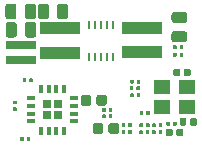
<source format=gbr>
G04 #@! TF.GenerationSoftware,KiCad,Pcbnew,(5.1.0)-1*
G04 #@! TF.CreationDate,2019-09-21T16:05:28-07:00*
G04 #@! TF.ProjectId,Miniscope-v4-wire-free,4d696e69-7363-46f7-9065-2d76342d7769,rev?*
G04 #@! TF.SameCoordinates,Original*
G04 #@! TF.FileFunction,Paste,Bot*
G04 #@! TF.FilePolarity,Positive*
%FSLAX46Y46*%
G04 Gerber Fmt 4.6, Leading zero omitted, Abs format (unit mm)*
G04 Created by KiCad (PCBNEW (5.1.0)-1) date 2019-09-21 16:05:28*
%MOMM*%
%LPD*%
G04 APERTURE LIST*
%ADD10C,0.100000*%
%ADD11C,0.890000*%
%ADD12C,0.310000*%
%ADD13R,1.400000X1.200000*%
%ADD14R,0.740000X0.740000*%
%ADD15R,0.420000X0.420000*%
%ADD16R,0.320000X0.740000*%
%ADD17R,0.740000X0.320000*%
%ADD18R,0.260000X0.660000*%
%ADD19R,3.400000X1.000000*%
%ADD20R,2.540000X0.762000*%
%ADD21C,0.580000*%
%ADD22C,0.930000*%
G04 APERTURE END LIST*
D10*
G36*
X110672309Y-96067871D02*
G01*
X110693908Y-96071075D01*
X110715088Y-96076381D01*
X110735647Y-96083737D01*
X110755386Y-96093073D01*
X110774114Y-96104298D01*
X110791653Y-96117305D01*
X110807831Y-96131969D01*
X110822495Y-96148147D01*
X110835502Y-96165686D01*
X110846727Y-96184414D01*
X110856063Y-96204153D01*
X110863419Y-96224712D01*
X110868725Y-96245892D01*
X110871929Y-96267491D01*
X110873000Y-96289300D01*
X110873000Y-96764300D01*
X110871929Y-96786109D01*
X110868725Y-96807708D01*
X110863419Y-96828888D01*
X110856063Y-96849447D01*
X110846727Y-96869186D01*
X110835502Y-96887914D01*
X110822495Y-96905453D01*
X110807831Y-96921631D01*
X110791653Y-96936295D01*
X110774114Y-96949302D01*
X110755386Y-96960527D01*
X110735647Y-96969863D01*
X110715088Y-96977219D01*
X110693908Y-96982525D01*
X110672309Y-96985729D01*
X110650500Y-96986800D01*
X110205500Y-96986800D01*
X110183691Y-96985729D01*
X110162092Y-96982525D01*
X110140912Y-96977219D01*
X110120353Y-96969863D01*
X110100614Y-96960527D01*
X110081886Y-96949302D01*
X110064347Y-96936295D01*
X110048169Y-96921631D01*
X110033505Y-96905453D01*
X110020498Y-96887914D01*
X110009273Y-96869186D01*
X109999937Y-96849447D01*
X109992581Y-96828888D01*
X109987275Y-96807708D01*
X109984071Y-96786109D01*
X109983000Y-96764300D01*
X109983000Y-96289300D01*
X109984071Y-96267491D01*
X109987275Y-96245892D01*
X109992581Y-96224712D01*
X109999937Y-96204153D01*
X110009273Y-96184414D01*
X110020498Y-96165686D01*
X110033505Y-96148147D01*
X110048169Y-96131969D01*
X110064347Y-96117305D01*
X110081886Y-96104298D01*
X110100614Y-96093073D01*
X110120353Y-96083737D01*
X110140912Y-96076381D01*
X110162092Y-96071075D01*
X110183691Y-96067871D01*
X110205500Y-96066800D01*
X110650500Y-96066800D01*
X110672309Y-96067871D01*
X110672309Y-96067871D01*
G37*
D11*
X110428000Y-96526800D03*
D10*
G36*
X109342309Y-96067871D02*
G01*
X109363908Y-96071075D01*
X109385088Y-96076381D01*
X109405647Y-96083737D01*
X109425386Y-96093073D01*
X109444114Y-96104298D01*
X109461653Y-96117305D01*
X109477831Y-96131969D01*
X109492495Y-96148147D01*
X109505502Y-96165686D01*
X109516727Y-96184414D01*
X109526063Y-96204153D01*
X109533419Y-96224712D01*
X109538725Y-96245892D01*
X109541929Y-96267491D01*
X109543000Y-96289300D01*
X109543000Y-96764300D01*
X109541929Y-96786109D01*
X109538725Y-96807708D01*
X109533419Y-96828888D01*
X109526063Y-96849447D01*
X109516727Y-96869186D01*
X109505502Y-96887914D01*
X109492495Y-96905453D01*
X109477831Y-96921631D01*
X109461653Y-96936295D01*
X109444114Y-96949302D01*
X109425386Y-96960527D01*
X109405647Y-96969863D01*
X109385088Y-96977219D01*
X109363908Y-96982525D01*
X109342309Y-96985729D01*
X109320500Y-96986800D01*
X108875500Y-96986800D01*
X108853691Y-96985729D01*
X108832092Y-96982525D01*
X108810912Y-96977219D01*
X108790353Y-96969863D01*
X108770614Y-96960527D01*
X108751886Y-96949302D01*
X108734347Y-96936295D01*
X108718169Y-96921631D01*
X108703505Y-96905453D01*
X108690498Y-96887914D01*
X108679273Y-96869186D01*
X108669937Y-96849447D01*
X108662581Y-96828888D01*
X108657275Y-96807708D01*
X108654071Y-96786109D01*
X108653000Y-96764300D01*
X108653000Y-96289300D01*
X108654071Y-96267491D01*
X108657275Y-96245892D01*
X108662581Y-96224712D01*
X108669937Y-96204153D01*
X108679273Y-96184414D01*
X108690498Y-96165686D01*
X108703505Y-96148147D01*
X108718169Y-96131969D01*
X108734347Y-96117305D01*
X108751886Y-96104298D01*
X108770614Y-96093073D01*
X108790353Y-96083737D01*
X108810912Y-96076381D01*
X108832092Y-96071075D01*
X108853691Y-96067871D01*
X108875500Y-96066800D01*
X109320500Y-96066800D01*
X109342309Y-96067871D01*
X109342309Y-96067871D01*
G37*
D11*
X109098000Y-96526800D03*
D10*
G36*
X116244496Y-89473773D02*
G01*
X116252019Y-89474889D01*
X116259397Y-89476737D01*
X116266558Y-89479299D01*
X116273433Y-89482551D01*
X116279957Y-89486461D01*
X116286065Y-89490992D01*
X116291701Y-89496099D01*
X116296808Y-89501735D01*
X116301339Y-89507843D01*
X116305249Y-89514367D01*
X116308501Y-89521242D01*
X116311063Y-89528403D01*
X116312911Y-89535781D01*
X116314027Y-89543304D01*
X116314400Y-89550900D01*
X116314400Y-89735900D01*
X116314027Y-89743496D01*
X116312911Y-89751019D01*
X116311063Y-89758397D01*
X116308501Y-89765558D01*
X116305249Y-89772433D01*
X116301339Y-89778957D01*
X116296808Y-89785065D01*
X116291701Y-89790701D01*
X116286065Y-89795808D01*
X116279957Y-89800339D01*
X116273433Y-89804249D01*
X116266558Y-89807501D01*
X116259397Y-89810063D01*
X116252019Y-89811911D01*
X116244496Y-89813027D01*
X116236900Y-89813400D01*
X116081900Y-89813400D01*
X116074304Y-89813027D01*
X116066781Y-89811911D01*
X116059403Y-89810063D01*
X116052242Y-89807501D01*
X116045367Y-89804249D01*
X116038843Y-89800339D01*
X116032735Y-89795808D01*
X116027099Y-89790701D01*
X116021992Y-89785065D01*
X116017461Y-89778957D01*
X116013551Y-89772433D01*
X116010299Y-89765558D01*
X116007737Y-89758397D01*
X116005889Y-89751019D01*
X116004773Y-89743496D01*
X116004400Y-89735900D01*
X116004400Y-89550900D01*
X116004773Y-89543304D01*
X116005889Y-89535781D01*
X116007737Y-89528403D01*
X116010299Y-89521242D01*
X116013551Y-89514367D01*
X116017461Y-89507843D01*
X116021992Y-89501735D01*
X116027099Y-89496099D01*
X116032735Y-89490992D01*
X116038843Y-89486461D01*
X116045367Y-89482551D01*
X116052242Y-89479299D01*
X116059403Y-89476737D01*
X116066781Y-89474889D01*
X116074304Y-89473773D01*
X116081900Y-89473400D01*
X116236900Y-89473400D01*
X116244496Y-89473773D01*
X116244496Y-89473773D01*
G37*
D12*
X116159400Y-89643400D03*
D10*
G36*
X115694496Y-89473773D02*
G01*
X115702019Y-89474889D01*
X115709397Y-89476737D01*
X115716558Y-89479299D01*
X115723433Y-89482551D01*
X115729957Y-89486461D01*
X115736065Y-89490992D01*
X115741701Y-89496099D01*
X115746808Y-89501735D01*
X115751339Y-89507843D01*
X115755249Y-89514367D01*
X115758501Y-89521242D01*
X115761063Y-89528403D01*
X115762911Y-89535781D01*
X115764027Y-89543304D01*
X115764400Y-89550900D01*
X115764400Y-89735900D01*
X115764027Y-89743496D01*
X115762911Y-89751019D01*
X115761063Y-89758397D01*
X115758501Y-89765558D01*
X115755249Y-89772433D01*
X115751339Y-89778957D01*
X115746808Y-89785065D01*
X115741701Y-89790701D01*
X115736065Y-89795808D01*
X115729957Y-89800339D01*
X115723433Y-89804249D01*
X115716558Y-89807501D01*
X115709397Y-89810063D01*
X115702019Y-89811911D01*
X115694496Y-89813027D01*
X115686900Y-89813400D01*
X115531900Y-89813400D01*
X115524304Y-89813027D01*
X115516781Y-89811911D01*
X115509403Y-89810063D01*
X115502242Y-89807501D01*
X115495367Y-89804249D01*
X115488843Y-89800339D01*
X115482735Y-89795808D01*
X115477099Y-89790701D01*
X115471992Y-89785065D01*
X115467461Y-89778957D01*
X115463551Y-89772433D01*
X115460299Y-89765558D01*
X115457737Y-89758397D01*
X115455889Y-89751019D01*
X115454773Y-89743496D01*
X115454400Y-89735900D01*
X115454400Y-89550900D01*
X115454773Y-89543304D01*
X115455889Y-89535781D01*
X115457737Y-89528403D01*
X115460299Y-89521242D01*
X115463551Y-89514367D01*
X115467461Y-89507843D01*
X115471992Y-89501735D01*
X115477099Y-89496099D01*
X115482735Y-89490992D01*
X115488843Y-89486461D01*
X115495367Y-89482551D01*
X115502242Y-89479299D01*
X115509403Y-89476737D01*
X115516781Y-89474889D01*
X115524304Y-89473773D01*
X115531900Y-89473400D01*
X115686900Y-89473400D01*
X115694496Y-89473773D01*
X115694496Y-89473773D01*
G37*
D12*
X115609400Y-89643400D03*
D10*
G36*
X116244496Y-90108773D02*
G01*
X116252019Y-90109889D01*
X116259397Y-90111737D01*
X116266558Y-90114299D01*
X116273433Y-90117551D01*
X116279957Y-90121461D01*
X116286065Y-90125992D01*
X116291701Y-90131099D01*
X116296808Y-90136735D01*
X116301339Y-90142843D01*
X116305249Y-90149367D01*
X116308501Y-90156242D01*
X116311063Y-90163403D01*
X116312911Y-90170781D01*
X116314027Y-90178304D01*
X116314400Y-90185900D01*
X116314400Y-90370900D01*
X116314027Y-90378496D01*
X116312911Y-90386019D01*
X116311063Y-90393397D01*
X116308501Y-90400558D01*
X116305249Y-90407433D01*
X116301339Y-90413957D01*
X116296808Y-90420065D01*
X116291701Y-90425701D01*
X116286065Y-90430808D01*
X116279957Y-90435339D01*
X116273433Y-90439249D01*
X116266558Y-90442501D01*
X116259397Y-90445063D01*
X116252019Y-90446911D01*
X116244496Y-90448027D01*
X116236900Y-90448400D01*
X116081900Y-90448400D01*
X116074304Y-90448027D01*
X116066781Y-90446911D01*
X116059403Y-90445063D01*
X116052242Y-90442501D01*
X116045367Y-90439249D01*
X116038843Y-90435339D01*
X116032735Y-90430808D01*
X116027099Y-90425701D01*
X116021992Y-90420065D01*
X116017461Y-90413957D01*
X116013551Y-90407433D01*
X116010299Y-90400558D01*
X116007737Y-90393397D01*
X116005889Y-90386019D01*
X116004773Y-90378496D01*
X116004400Y-90370900D01*
X116004400Y-90185900D01*
X116004773Y-90178304D01*
X116005889Y-90170781D01*
X116007737Y-90163403D01*
X116010299Y-90156242D01*
X116013551Y-90149367D01*
X116017461Y-90142843D01*
X116021992Y-90136735D01*
X116027099Y-90131099D01*
X116032735Y-90125992D01*
X116038843Y-90121461D01*
X116045367Y-90117551D01*
X116052242Y-90114299D01*
X116059403Y-90111737D01*
X116066781Y-90109889D01*
X116074304Y-90108773D01*
X116081900Y-90108400D01*
X116236900Y-90108400D01*
X116244496Y-90108773D01*
X116244496Y-90108773D01*
G37*
D12*
X116159400Y-90278400D03*
D10*
G36*
X115694496Y-90108773D02*
G01*
X115702019Y-90109889D01*
X115709397Y-90111737D01*
X115716558Y-90114299D01*
X115723433Y-90117551D01*
X115729957Y-90121461D01*
X115736065Y-90125992D01*
X115741701Y-90131099D01*
X115746808Y-90136735D01*
X115751339Y-90142843D01*
X115755249Y-90149367D01*
X115758501Y-90156242D01*
X115761063Y-90163403D01*
X115762911Y-90170781D01*
X115764027Y-90178304D01*
X115764400Y-90185900D01*
X115764400Y-90370900D01*
X115764027Y-90378496D01*
X115762911Y-90386019D01*
X115761063Y-90393397D01*
X115758501Y-90400558D01*
X115755249Y-90407433D01*
X115751339Y-90413957D01*
X115746808Y-90420065D01*
X115741701Y-90425701D01*
X115736065Y-90430808D01*
X115729957Y-90435339D01*
X115723433Y-90439249D01*
X115716558Y-90442501D01*
X115709397Y-90445063D01*
X115702019Y-90446911D01*
X115694496Y-90448027D01*
X115686900Y-90448400D01*
X115531900Y-90448400D01*
X115524304Y-90448027D01*
X115516781Y-90446911D01*
X115509403Y-90445063D01*
X115502242Y-90442501D01*
X115495367Y-90439249D01*
X115488843Y-90435339D01*
X115482735Y-90430808D01*
X115477099Y-90425701D01*
X115471992Y-90420065D01*
X115467461Y-90413957D01*
X115463551Y-90407433D01*
X115460299Y-90400558D01*
X115457737Y-90393397D01*
X115455889Y-90386019D01*
X115454773Y-90378496D01*
X115454400Y-90370900D01*
X115454400Y-90185900D01*
X115454773Y-90178304D01*
X115455889Y-90170781D01*
X115457737Y-90163403D01*
X115460299Y-90156242D01*
X115463551Y-90149367D01*
X115467461Y-90142843D01*
X115471992Y-90136735D01*
X115477099Y-90131099D01*
X115482735Y-90125992D01*
X115488843Y-90121461D01*
X115495367Y-90117551D01*
X115502242Y-90114299D01*
X115509403Y-90111737D01*
X115516781Y-90109889D01*
X115524304Y-90108773D01*
X115531900Y-90108400D01*
X115686900Y-90108400D01*
X115694496Y-90108773D01*
X115694496Y-90108773D01*
G37*
D12*
X115609400Y-90278400D03*
D10*
G36*
X109700096Y-95341173D02*
G01*
X109707619Y-95342289D01*
X109714997Y-95344137D01*
X109722158Y-95346699D01*
X109729033Y-95349951D01*
X109735557Y-95353861D01*
X109741665Y-95358392D01*
X109747301Y-95363499D01*
X109752408Y-95369135D01*
X109756939Y-95375243D01*
X109760849Y-95381767D01*
X109764101Y-95388642D01*
X109766663Y-95395803D01*
X109768511Y-95403181D01*
X109769627Y-95410704D01*
X109770000Y-95418300D01*
X109770000Y-95603300D01*
X109769627Y-95610896D01*
X109768511Y-95618419D01*
X109766663Y-95625797D01*
X109764101Y-95632958D01*
X109760849Y-95639833D01*
X109756939Y-95646357D01*
X109752408Y-95652465D01*
X109747301Y-95658101D01*
X109741665Y-95663208D01*
X109735557Y-95667739D01*
X109729033Y-95671649D01*
X109722158Y-95674901D01*
X109714997Y-95677463D01*
X109707619Y-95679311D01*
X109700096Y-95680427D01*
X109692500Y-95680800D01*
X109537500Y-95680800D01*
X109529904Y-95680427D01*
X109522381Y-95679311D01*
X109515003Y-95677463D01*
X109507842Y-95674901D01*
X109500967Y-95671649D01*
X109494443Y-95667739D01*
X109488335Y-95663208D01*
X109482699Y-95658101D01*
X109477592Y-95652465D01*
X109473061Y-95646357D01*
X109469151Y-95639833D01*
X109465899Y-95632958D01*
X109463337Y-95625797D01*
X109461489Y-95618419D01*
X109460373Y-95610896D01*
X109460000Y-95603300D01*
X109460000Y-95418300D01*
X109460373Y-95410704D01*
X109461489Y-95403181D01*
X109463337Y-95395803D01*
X109465899Y-95388642D01*
X109469151Y-95381767D01*
X109473061Y-95375243D01*
X109477592Y-95369135D01*
X109482699Y-95363499D01*
X109488335Y-95358392D01*
X109494443Y-95353861D01*
X109500967Y-95349951D01*
X109507842Y-95346699D01*
X109515003Y-95344137D01*
X109522381Y-95342289D01*
X109529904Y-95341173D01*
X109537500Y-95340800D01*
X109692500Y-95340800D01*
X109700096Y-95341173D01*
X109700096Y-95341173D01*
G37*
D12*
X109615000Y-95510800D03*
D10*
G36*
X110250096Y-95341173D02*
G01*
X110257619Y-95342289D01*
X110264997Y-95344137D01*
X110272158Y-95346699D01*
X110279033Y-95349951D01*
X110285557Y-95353861D01*
X110291665Y-95358392D01*
X110297301Y-95363499D01*
X110302408Y-95369135D01*
X110306939Y-95375243D01*
X110310849Y-95381767D01*
X110314101Y-95388642D01*
X110316663Y-95395803D01*
X110318511Y-95403181D01*
X110319627Y-95410704D01*
X110320000Y-95418300D01*
X110320000Y-95603300D01*
X110319627Y-95610896D01*
X110318511Y-95618419D01*
X110316663Y-95625797D01*
X110314101Y-95632958D01*
X110310849Y-95639833D01*
X110306939Y-95646357D01*
X110302408Y-95652465D01*
X110297301Y-95658101D01*
X110291665Y-95663208D01*
X110285557Y-95667739D01*
X110279033Y-95671649D01*
X110272158Y-95674901D01*
X110264997Y-95677463D01*
X110257619Y-95679311D01*
X110250096Y-95680427D01*
X110242500Y-95680800D01*
X110087500Y-95680800D01*
X110079904Y-95680427D01*
X110072381Y-95679311D01*
X110065003Y-95677463D01*
X110057842Y-95674901D01*
X110050967Y-95671649D01*
X110044443Y-95667739D01*
X110038335Y-95663208D01*
X110032699Y-95658101D01*
X110027592Y-95652465D01*
X110023061Y-95646357D01*
X110019151Y-95639833D01*
X110015899Y-95632958D01*
X110013337Y-95625797D01*
X110011489Y-95618419D01*
X110010373Y-95610896D01*
X110010000Y-95603300D01*
X110010000Y-95418300D01*
X110010373Y-95410704D01*
X110011489Y-95403181D01*
X110013337Y-95395803D01*
X110015899Y-95388642D01*
X110019151Y-95381767D01*
X110023061Y-95375243D01*
X110027592Y-95369135D01*
X110032699Y-95363499D01*
X110038335Y-95358392D01*
X110044443Y-95353861D01*
X110050967Y-95349951D01*
X110057842Y-95346699D01*
X110065003Y-95344137D01*
X110072381Y-95342289D01*
X110079904Y-95341173D01*
X110087500Y-95340800D01*
X110242500Y-95340800D01*
X110250096Y-95341173D01*
X110250096Y-95341173D01*
G37*
D12*
X110165000Y-95510800D03*
D10*
G36*
X109700096Y-94782373D02*
G01*
X109707619Y-94783489D01*
X109714997Y-94785337D01*
X109722158Y-94787899D01*
X109729033Y-94791151D01*
X109735557Y-94795061D01*
X109741665Y-94799592D01*
X109747301Y-94804699D01*
X109752408Y-94810335D01*
X109756939Y-94816443D01*
X109760849Y-94822967D01*
X109764101Y-94829842D01*
X109766663Y-94837003D01*
X109768511Y-94844381D01*
X109769627Y-94851904D01*
X109770000Y-94859500D01*
X109770000Y-95044500D01*
X109769627Y-95052096D01*
X109768511Y-95059619D01*
X109766663Y-95066997D01*
X109764101Y-95074158D01*
X109760849Y-95081033D01*
X109756939Y-95087557D01*
X109752408Y-95093665D01*
X109747301Y-95099301D01*
X109741665Y-95104408D01*
X109735557Y-95108939D01*
X109729033Y-95112849D01*
X109722158Y-95116101D01*
X109714997Y-95118663D01*
X109707619Y-95120511D01*
X109700096Y-95121627D01*
X109692500Y-95122000D01*
X109537500Y-95122000D01*
X109529904Y-95121627D01*
X109522381Y-95120511D01*
X109515003Y-95118663D01*
X109507842Y-95116101D01*
X109500967Y-95112849D01*
X109494443Y-95108939D01*
X109488335Y-95104408D01*
X109482699Y-95099301D01*
X109477592Y-95093665D01*
X109473061Y-95087557D01*
X109469151Y-95081033D01*
X109465899Y-95074158D01*
X109463337Y-95066997D01*
X109461489Y-95059619D01*
X109460373Y-95052096D01*
X109460000Y-95044500D01*
X109460000Y-94859500D01*
X109460373Y-94851904D01*
X109461489Y-94844381D01*
X109463337Y-94837003D01*
X109465899Y-94829842D01*
X109469151Y-94822967D01*
X109473061Y-94816443D01*
X109477592Y-94810335D01*
X109482699Y-94804699D01*
X109488335Y-94799592D01*
X109494443Y-94795061D01*
X109500967Y-94791151D01*
X109507842Y-94787899D01*
X109515003Y-94785337D01*
X109522381Y-94783489D01*
X109529904Y-94782373D01*
X109537500Y-94782000D01*
X109692500Y-94782000D01*
X109700096Y-94782373D01*
X109700096Y-94782373D01*
G37*
D12*
X109615000Y-94952000D03*
D10*
G36*
X110250096Y-94782373D02*
G01*
X110257619Y-94783489D01*
X110264997Y-94785337D01*
X110272158Y-94787899D01*
X110279033Y-94791151D01*
X110285557Y-94795061D01*
X110291665Y-94799592D01*
X110297301Y-94804699D01*
X110302408Y-94810335D01*
X110306939Y-94816443D01*
X110310849Y-94822967D01*
X110314101Y-94829842D01*
X110316663Y-94837003D01*
X110318511Y-94844381D01*
X110319627Y-94851904D01*
X110320000Y-94859500D01*
X110320000Y-95044500D01*
X110319627Y-95052096D01*
X110318511Y-95059619D01*
X110316663Y-95066997D01*
X110314101Y-95074158D01*
X110310849Y-95081033D01*
X110306939Y-95087557D01*
X110302408Y-95093665D01*
X110297301Y-95099301D01*
X110291665Y-95104408D01*
X110285557Y-95108939D01*
X110279033Y-95112849D01*
X110272158Y-95116101D01*
X110264997Y-95118663D01*
X110257619Y-95120511D01*
X110250096Y-95121627D01*
X110242500Y-95122000D01*
X110087500Y-95122000D01*
X110079904Y-95121627D01*
X110072381Y-95120511D01*
X110065003Y-95118663D01*
X110057842Y-95116101D01*
X110050967Y-95112849D01*
X110044443Y-95108939D01*
X110038335Y-95104408D01*
X110032699Y-95099301D01*
X110027592Y-95093665D01*
X110023061Y-95087557D01*
X110019151Y-95081033D01*
X110015899Y-95074158D01*
X110013337Y-95066997D01*
X110011489Y-95059619D01*
X110010373Y-95052096D01*
X110010000Y-95044500D01*
X110010000Y-94859500D01*
X110010373Y-94851904D01*
X110011489Y-94844381D01*
X110013337Y-94837003D01*
X110015899Y-94829842D01*
X110019151Y-94822967D01*
X110023061Y-94816443D01*
X110027592Y-94810335D01*
X110032699Y-94804699D01*
X110038335Y-94799592D01*
X110044443Y-94795061D01*
X110050967Y-94791151D01*
X110057842Y-94787899D01*
X110065003Y-94785337D01*
X110072381Y-94783489D01*
X110079904Y-94782373D01*
X110087500Y-94782000D01*
X110242500Y-94782000D01*
X110250096Y-94782373D01*
X110250096Y-94782373D01*
G37*
D12*
X110165000Y-94952000D03*
D13*
X114479600Y-94709800D03*
X116679600Y-94709800D03*
X116679600Y-93009800D03*
X114479600Y-93009800D03*
D14*
X105716800Y-95427000D03*
X104766800Y-95427000D03*
X105716800Y-94477000D03*
X104766800Y-94477000D03*
D15*
X105716800Y-95427000D03*
X104766800Y-95427000D03*
X105716800Y-94477000D03*
X104766800Y-94477000D03*
D16*
X104266800Y-96747000D03*
X104916800Y-96747000D03*
X105566800Y-96747000D03*
X106216800Y-96747000D03*
D17*
X107036800Y-95927000D03*
X107036800Y-95277000D03*
X107036800Y-94627000D03*
X107036800Y-93977000D03*
D16*
X106216800Y-93157000D03*
X105566800Y-93157000D03*
X104916800Y-93157000D03*
X104266800Y-93157000D03*
D17*
X103446800Y-93977000D03*
X103446800Y-94627000D03*
X103446800Y-95277000D03*
X103446800Y-95927000D03*
D18*
X108356600Y-90445000D03*
X108856600Y-90445000D03*
X109356600Y-90445000D03*
X109856600Y-90445000D03*
X110356600Y-90445000D03*
X110356600Y-87775000D03*
X109856600Y-87775000D03*
X109356600Y-87775000D03*
X108856600Y-87775000D03*
X108356600Y-87775000D03*
D19*
X105851400Y-88034600D03*
X105851400Y-90134600D03*
X112836400Y-87983800D03*
X112836400Y-90083800D03*
D10*
G36*
X109656309Y-93680271D02*
G01*
X109677908Y-93683475D01*
X109699088Y-93688781D01*
X109719647Y-93696137D01*
X109739386Y-93705473D01*
X109758114Y-93716698D01*
X109775653Y-93729705D01*
X109791831Y-93744369D01*
X109806495Y-93760547D01*
X109819502Y-93778086D01*
X109830727Y-93796814D01*
X109840063Y-93816553D01*
X109847419Y-93837112D01*
X109852725Y-93858292D01*
X109855929Y-93879891D01*
X109857000Y-93901700D01*
X109857000Y-94376700D01*
X109855929Y-94398509D01*
X109852725Y-94420108D01*
X109847419Y-94441288D01*
X109840063Y-94461847D01*
X109830727Y-94481586D01*
X109819502Y-94500314D01*
X109806495Y-94517853D01*
X109791831Y-94534031D01*
X109775653Y-94548695D01*
X109758114Y-94561702D01*
X109739386Y-94572927D01*
X109719647Y-94582263D01*
X109699088Y-94589619D01*
X109677908Y-94594925D01*
X109656309Y-94598129D01*
X109634500Y-94599200D01*
X109189500Y-94599200D01*
X109167691Y-94598129D01*
X109146092Y-94594925D01*
X109124912Y-94589619D01*
X109104353Y-94582263D01*
X109084614Y-94572927D01*
X109065886Y-94561702D01*
X109048347Y-94548695D01*
X109032169Y-94534031D01*
X109017505Y-94517853D01*
X109004498Y-94500314D01*
X108993273Y-94481586D01*
X108983937Y-94461847D01*
X108976581Y-94441288D01*
X108971275Y-94420108D01*
X108968071Y-94398509D01*
X108967000Y-94376700D01*
X108967000Y-93901700D01*
X108968071Y-93879891D01*
X108971275Y-93858292D01*
X108976581Y-93837112D01*
X108983937Y-93816553D01*
X108993273Y-93796814D01*
X109004498Y-93778086D01*
X109017505Y-93760547D01*
X109032169Y-93744369D01*
X109048347Y-93729705D01*
X109065886Y-93716698D01*
X109084614Y-93705473D01*
X109104353Y-93696137D01*
X109124912Y-93688781D01*
X109146092Y-93683475D01*
X109167691Y-93680271D01*
X109189500Y-93679200D01*
X109634500Y-93679200D01*
X109656309Y-93680271D01*
X109656309Y-93680271D01*
G37*
D11*
X109412000Y-94139200D03*
D10*
G36*
X108326309Y-93680271D02*
G01*
X108347908Y-93683475D01*
X108369088Y-93688781D01*
X108389647Y-93696137D01*
X108409386Y-93705473D01*
X108428114Y-93716698D01*
X108445653Y-93729705D01*
X108461831Y-93744369D01*
X108476495Y-93760547D01*
X108489502Y-93778086D01*
X108500727Y-93796814D01*
X108510063Y-93816553D01*
X108517419Y-93837112D01*
X108522725Y-93858292D01*
X108525929Y-93879891D01*
X108527000Y-93901700D01*
X108527000Y-94376700D01*
X108525929Y-94398509D01*
X108522725Y-94420108D01*
X108517419Y-94441288D01*
X108510063Y-94461847D01*
X108500727Y-94481586D01*
X108489502Y-94500314D01*
X108476495Y-94517853D01*
X108461831Y-94534031D01*
X108445653Y-94548695D01*
X108428114Y-94561702D01*
X108409386Y-94572927D01*
X108389647Y-94582263D01*
X108369088Y-94589619D01*
X108347908Y-94594925D01*
X108326309Y-94598129D01*
X108304500Y-94599200D01*
X107859500Y-94599200D01*
X107837691Y-94598129D01*
X107816092Y-94594925D01*
X107794912Y-94589619D01*
X107774353Y-94582263D01*
X107754614Y-94572927D01*
X107735886Y-94561702D01*
X107718347Y-94548695D01*
X107702169Y-94534031D01*
X107687505Y-94517853D01*
X107674498Y-94500314D01*
X107663273Y-94481586D01*
X107653937Y-94461847D01*
X107646581Y-94441288D01*
X107641275Y-94420108D01*
X107638071Y-94398509D01*
X107637000Y-94376700D01*
X107637000Y-93901700D01*
X107638071Y-93879891D01*
X107641275Y-93858292D01*
X107646581Y-93837112D01*
X107653937Y-93816553D01*
X107663273Y-93796814D01*
X107674498Y-93778086D01*
X107687505Y-93760547D01*
X107702169Y-93744369D01*
X107718347Y-93729705D01*
X107735886Y-93716698D01*
X107754614Y-93705473D01*
X107774353Y-93696137D01*
X107794912Y-93688781D01*
X107816092Y-93683475D01*
X107837691Y-93680271D01*
X107859500Y-93679200D01*
X108304500Y-93679200D01*
X108326309Y-93680271D01*
X108326309Y-93680271D01*
G37*
D11*
X108082000Y-94139200D03*
D20*
X102574800Y-90710200D03*
X102574800Y-89440200D03*
D10*
G36*
X116462212Y-95653698D02*
G01*
X116476288Y-95655786D01*
X116490091Y-95659244D01*
X116503489Y-95664037D01*
X116516353Y-95670121D01*
X116528558Y-95677437D01*
X116539987Y-95685913D01*
X116550530Y-95695470D01*
X116560087Y-95706013D01*
X116568563Y-95717442D01*
X116575879Y-95729647D01*
X116581963Y-95742511D01*
X116586756Y-95755909D01*
X116590214Y-95769712D01*
X116592302Y-95783788D01*
X116593000Y-95798000D01*
X116593000Y-96138000D01*
X116592302Y-96152212D01*
X116590214Y-96166288D01*
X116586756Y-96180091D01*
X116581963Y-96193489D01*
X116575879Y-96206353D01*
X116568563Y-96218558D01*
X116560087Y-96229987D01*
X116550530Y-96240530D01*
X116539987Y-96250087D01*
X116528558Y-96258563D01*
X116516353Y-96265879D01*
X116503489Y-96271963D01*
X116490091Y-96276756D01*
X116476288Y-96280214D01*
X116462212Y-96282302D01*
X116448000Y-96283000D01*
X116158000Y-96283000D01*
X116143788Y-96282302D01*
X116129712Y-96280214D01*
X116115909Y-96276756D01*
X116102511Y-96271963D01*
X116089647Y-96265879D01*
X116077442Y-96258563D01*
X116066013Y-96250087D01*
X116055470Y-96240530D01*
X116045913Y-96229987D01*
X116037437Y-96218558D01*
X116030121Y-96206353D01*
X116024037Y-96193489D01*
X116019244Y-96180091D01*
X116015786Y-96166288D01*
X116013698Y-96152212D01*
X116013000Y-96138000D01*
X116013000Y-95798000D01*
X116013698Y-95783788D01*
X116015786Y-95769712D01*
X116019244Y-95755909D01*
X116024037Y-95742511D01*
X116030121Y-95729647D01*
X116037437Y-95717442D01*
X116045913Y-95706013D01*
X116055470Y-95695470D01*
X116066013Y-95685913D01*
X116077442Y-95677437D01*
X116089647Y-95670121D01*
X116102511Y-95664037D01*
X116115909Y-95659244D01*
X116129712Y-95655786D01*
X116143788Y-95653698D01*
X116158000Y-95653000D01*
X116448000Y-95653000D01*
X116462212Y-95653698D01*
X116462212Y-95653698D01*
G37*
D21*
X116303000Y-95968000D03*
D10*
G36*
X117352212Y-95653698D02*
G01*
X117366288Y-95655786D01*
X117380091Y-95659244D01*
X117393489Y-95664037D01*
X117406353Y-95670121D01*
X117418558Y-95677437D01*
X117429987Y-95685913D01*
X117440530Y-95695470D01*
X117450087Y-95706013D01*
X117458563Y-95717442D01*
X117465879Y-95729647D01*
X117471963Y-95742511D01*
X117476756Y-95755909D01*
X117480214Y-95769712D01*
X117482302Y-95783788D01*
X117483000Y-95798000D01*
X117483000Y-96138000D01*
X117482302Y-96152212D01*
X117480214Y-96166288D01*
X117476756Y-96180091D01*
X117471963Y-96193489D01*
X117465879Y-96206353D01*
X117458563Y-96218558D01*
X117450087Y-96229987D01*
X117440530Y-96240530D01*
X117429987Y-96250087D01*
X117418558Y-96258563D01*
X117406353Y-96265879D01*
X117393489Y-96271963D01*
X117380091Y-96276756D01*
X117366288Y-96280214D01*
X117352212Y-96282302D01*
X117338000Y-96283000D01*
X117048000Y-96283000D01*
X117033788Y-96282302D01*
X117019712Y-96280214D01*
X117005909Y-96276756D01*
X116992511Y-96271963D01*
X116979647Y-96265879D01*
X116967442Y-96258563D01*
X116956013Y-96250087D01*
X116945470Y-96240530D01*
X116935913Y-96229987D01*
X116927437Y-96218558D01*
X116920121Y-96206353D01*
X116914037Y-96193489D01*
X116909244Y-96180091D01*
X116905786Y-96166288D01*
X116903698Y-96152212D01*
X116903000Y-96138000D01*
X116903000Y-95798000D01*
X116903698Y-95783788D01*
X116905786Y-95769712D01*
X116909244Y-95755909D01*
X116914037Y-95742511D01*
X116920121Y-95729647D01*
X116927437Y-95717442D01*
X116935913Y-95706013D01*
X116945470Y-95695470D01*
X116956013Y-95685913D01*
X116967442Y-95677437D01*
X116979647Y-95670121D01*
X116992511Y-95664037D01*
X117005909Y-95659244D01*
X117019712Y-95655786D01*
X117033788Y-95653698D01*
X117048000Y-95653000D01*
X117338000Y-95653000D01*
X117352212Y-95653698D01*
X117352212Y-95653698D01*
G37*
D21*
X117193000Y-95968000D03*
D10*
G36*
X115928812Y-91488098D02*
G01*
X115942888Y-91490186D01*
X115956691Y-91493644D01*
X115970089Y-91498437D01*
X115982953Y-91504521D01*
X115995158Y-91511837D01*
X116006587Y-91520313D01*
X116017130Y-91529870D01*
X116026687Y-91540413D01*
X116035163Y-91551842D01*
X116042479Y-91564047D01*
X116048563Y-91576911D01*
X116053356Y-91590309D01*
X116056814Y-91604112D01*
X116058902Y-91618188D01*
X116059600Y-91632400D01*
X116059600Y-91972400D01*
X116058902Y-91986612D01*
X116056814Y-92000688D01*
X116053356Y-92014491D01*
X116048563Y-92027889D01*
X116042479Y-92040753D01*
X116035163Y-92052958D01*
X116026687Y-92064387D01*
X116017130Y-92074930D01*
X116006587Y-92084487D01*
X115995158Y-92092963D01*
X115982953Y-92100279D01*
X115970089Y-92106363D01*
X115956691Y-92111156D01*
X115942888Y-92114614D01*
X115928812Y-92116702D01*
X115914600Y-92117400D01*
X115624600Y-92117400D01*
X115610388Y-92116702D01*
X115596312Y-92114614D01*
X115582509Y-92111156D01*
X115569111Y-92106363D01*
X115556247Y-92100279D01*
X115544042Y-92092963D01*
X115532613Y-92084487D01*
X115522070Y-92074930D01*
X115512513Y-92064387D01*
X115504037Y-92052958D01*
X115496721Y-92040753D01*
X115490637Y-92027889D01*
X115485844Y-92014491D01*
X115482386Y-92000688D01*
X115480298Y-91986612D01*
X115479600Y-91972400D01*
X115479600Y-91632400D01*
X115480298Y-91618188D01*
X115482386Y-91604112D01*
X115485844Y-91590309D01*
X115490637Y-91576911D01*
X115496721Y-91564047D01*
X115504037Y-91551842D01*
X115512513Y-91540413D01*
X115522070Y-91529870D01*
X115532613Y-91520313D01*
X115544042Y-91511837D01*
X115556247Y-91504521D01*
X115569111Y-91498437D01*
X115582509Y-91493644D01*
X115596312Y-91490186D01*
X115610388Y-91488098D01*
X115624600Y-91487400D01*
X115914600Y-91487400D01*
X115928812Y-91488098D01*
X115928812Y-91488098D01*
G37*
D21*
X115769600Y-91802400D03*
D10*
G36*
X116818812Y-91488098D02*
G01*
X116832888Y-91490186D01*
X116846691Y-91493644D01*
X116860089Y-91498437D01*
X116872953Y-91504521D01*
X116885158Y-91511837D01*
X116896587Y-91520313D01*
X116907130Y-91529870D01*
X116916687Y-91540413D01*
X116925163Y-91551842D01*
X116932479Y-91564047D01*
X116938563Y-91576911D01*
X116943356Y-91590309D01*
X116946814Y-91604112D01*
X116948902Y-91618188D01*
X116949600Y-91632400D01*
X116949600Y-91972400D01*
X116948902Y-91986612D01*
X116946814Y-92000688D01*
X116943356Y-92014491D01*
X116938563Y-92027889D01*
X116932479Y-92040753D01*
X116925163Y-92052958D01*
X116916687Y-92064387D01*
X116907130Y-92074930D01*
X116896587Y-92084487D01*
X116885158Y-92092963D01*
X116872953Y-92100279D01*
X116860089Y-92106363D01*
X116846691Y-92111156D01*
X116832888Y-92114614D01*
X116818812Y-92116702D01*
X116804600Y-92117400D01*
X116514600Y-92117400D01*
X116500388Y-92116702D01*
X116486312Y-92114614D01*
X116472509Y-92111156D01*
X116459111Y-92106363D01*
X116446247Y-92100279D01*
X116434042Y-92092963D01*
X116422613Y-92084487D01*
X116412070Y-92074930D01*
X116402513Y-92064387D01*
X116394037Y-92052958D01*
X116386721Y-92040753D01*
X116380637Y-92027889D01*
X116375844Y-92014491D01*
X116372386Y-92000688D01*
X116370298Y-91986612D01*
X116369600Y-91972400D01*
X116369600Y-91632400D01*
X116370298Y-91618188D01*
X116372386Y-91604112D01*
X116375844Y-91590309D01*
X116380637Y-91576911D01*
X116386721Y-91564047D01*
X116394037Y-91551842D01*
X116402513Y-91540413D01*
X116412070Y-91529870D01*
X116422613Y-91520313D01*
X116434042Y-91511837D01*
X116446247Y-91504521D01*
X116459111Y-91498437D01*
X116472509Y-91493644D01*
X116486312Y-91490186D01*
X116500388Y-91488098D01*
X116514600Y-91487400D01*
X116804600Y-91487400D01*
X116818812Y-91488098D01*
X116818812Y-91488098D01*
G37*
D21*
X116659600Y-91802400D03*
D10*
G36*
X101984689Y-85961920D02*
G01*
X102007258Y-85965267D01*
X102029391Y-85970811D01*
X102050874Y-85978498D01*
X102071500Y-85988253D01*
X102091070Y-85999983D01*
X102109396Y-86013575D01*
X102126302Y-86028898D01*
X102141625Y-86045804D01*
X102155217Y-86064130D01*
X102166947Y-86083700D01*
X102176702Y-86104326D01*
X102184389Y-86125809D01*
X102189933Y-86147942D01*
X102193280Y-86170511D01*
X102194400Y-86193300D01*
X102194400Y-87048300D01*
X102193280Y-87071089D01*
X102189933Y-87093658D01*
X102184389Y-87115791D01*
X102176702Y-87137274D01*
X102166947Y-87157900D01*
X102155217Y-87177470D01*
X102141625Y-87195796D01*
X102126302Y-87212702D01*
X102109396Y-87228025D01*
X102091070Y-87241617D01*
X102071500Y-87253347D01*
X102050874Y-87263102D01*
X102029391Y-87270789D01*
X102007258Y-87276333D01*
X101984689Y-87279680D01*
X101961900Y-87280800D01*
X101496900Y-87280800D01*
X101474111Y-87279680D01*
X101451542Y-87276333D01*
X101429409Y-87270789D01*
X101407926Y-87263102D01*
X101387300Y-87253347D01*
X101367730Y-87241617D01*
X101349404Y-87228025D01*
X101332498Y-87212702D01*
X101317175Y-87195796D01*
X101303583Y-87177470D01*
X101291853Y-87157900D01*
X101282098Y-87137274D01*
X101274411Y-87115791D01*
X101268867Y-87093658D01*
X101265520Y-87071089D01*
X101264400Y-87048300D01*
X101264400Y-86193300D01*
X101265520Y-86170511D01*
X101268867Y-86147942D01*
X101274411Y-86125809D01*
X101282098Y-86104326D01*
X101291853Y-86083700D01*
X101303583Y-86064130D01*
X101317175Y-86045804D01*
X101332498Y-86028898D01*
X101349404Y-86013575D01*
X101367730Y-85999983D01*
X101387300Y-85988253D01*
X101407926Y-85978498D01*
X101429409Y-85970811D01*
X101451542Y-85965267D01*
X101474111Y-85961920D01*
X101496900Y-85960800D01*
X101961900Y-85960800D01*
X101984689Y-85961920D01*
X101984689Y-85961920D01*
G37*
D22*
X101729400Y-86620800D03*
D10*
G36*
X103624689Y-85961920D02*
G01*
X103647258Y-85965267D01*
X103669391Y-85970811D01*
X103690874Y-85978498D01*
X103711500Y-85988253D01*
X103731070Y-85999983D01*
X103749396Y-86013575D01*
X103766302Y-86028898D01*
X103781625Y-86045804D01*
X103795217Y-86064130D01*
X103806947Y-86083700D01*
X103816702Y-86104326D01*
X103824389Y-86125809D01*
X103829933Y-86147942D01*
X103833280Y-86170511D01*
X103834400Y-86193300D01*
X103834400Y-87048300D01*
X103833280Y-87071089D01*
X103829933Y-87093658D01*
X103824389Y-87115791D01*
X103816702Y-87137274D01*
X103806947Y-87157900D01*
X103795217Y-87177470D01*
X103781625Y-87195796D01*
X103766302Y-87212702D01*
X103749396Y-87228025D01*
X103731070Y-87241617D01*
X103711500Y-87253347D01*
X103690874Y-87263102D01*
X103669391Y-87270789D01*
X103647258Y-87276333D01*
X103624689Y-87279680D01*
X103601900Y-87280800D01*
X103136900Y-87280800D01*
X103114111Y-87279680D01*
X103091542Y-87276333D01*
X103069409Y-87270789D01*
X103047926Y-87263102D01*
X103027300Y-87253347D01*
X103007730Y-87241617D01*
X102989404Y-87228025D01*
X102972498Y-87212702D01*
X102957175Y-87195796D01*
X102943583Y-87177470D01*
X102931853Y-87157900D01*
X102922098Y-87137274D01*
X102914411Y-87115791D01*
X102908867Y-87093658D01*
X102905520Y-87071089D01*
X102904400Y-87048300D01*
X102904400Y-86193300D01*
X102905520Y-86170511D01*
X102908867Y-86147942D01*
X102914411Y-86125809D01*
X102922098Y-86104326D01*
X102931853Y-86083700D01*
X102943583Y-86064130D01*
X102957175Y-86045804D01*
X102972498Y-86028898D01*
X102989404Y-86013575D01*
X103007730Y-85999983D01*
X103027300Y-85988253D01*
X103047926Y-85978498D01*
X103069409Y-85970811D01*
X103091542Y-85965267D01*
X103114111Y-85961920D01*
X103136900Y-85960800D01*
X103601900Y-85960800D01*
X103624689Y-85961920D01*
X103624689Y-85961920D01*
G37*
D22*
X103369400Y-86620800D03*
D10*
G36*
X103523496Y-92293173D02*
G01*
X103531019Y-92294289D01*
X103538397Y-92296137D01*
X103545558Y-92298699D01*
X103552433Y-92301951D01*
X103558957Y-92305861D01*
X103565065Y-92310392D01*
X103570701Y-92315499D01*
X103575808Y-92321135D01*
X103580339Y-92327243D01*
X103584249Y-92333767D01*
X103587501Y-92340642D01*
X103590063Y-92347803D01*
X103591911Y-92355181D01*
X103593027Y-92362704D01*
X103593400Y-92370300D01*
X103593400Y-92555300D01*
X103593027Y-92562896D01*
X103591911Y-92570419D01*
X103590063Y-92577797D01*
X103587501Y-92584958D01*
X103584249Y-92591833D01*
X103580339Y-92598357D01*
X103575808Y-92604465D01*
X103570701Y-92610101D01*
X103565065Y-92615208D01*
X103558957Y-92619739D01*
X103552433Y-92623649D01*
X103545558Y-92626901D01*
X103538397Y-92629463D01*
X103531019Y-92631311D01*
X103523496Y-92632427D01*
X103515900Y-92632800D01*
X103360900Y-92632800D01*
X103353304Y-92632427D01*
X103345781Y-92631311D01*
X103338403Y-92629463D01*
X103331242Y-92626901D01*
X103324367Y-92623649D01*
X103317843Y-92619739D01*
X103311735Y-92615208D01*
X103306099Y-92610101D01*
X103300992Y-92604465D01*
X103296461Y-92598357D01*
X103292551Y-92591833D01*
X103289299Y-92584958D01*
X103286737Y-92577797D01*
X103284889Y-92570419D01*
X103283773Y-92562896D01*
X103283400Y-92555300D01*
X103283400Y-92370300D01*
X103283773Y-92362704D01*
X103284889Y-92355181D01*
X103286737Y-92347803D01*
X103289299Y-92340642D01*
X103292551Y-92333767D01*
X103296461Y-92327243D01*
X103300992Y-92321135D01*
X103306099Y-92315499D01*
X103311735Y-92310392D01*
X103317843Y-92305861D01*
X103324367Y-92301951D01*
X103331242Y-92298699D01*
X103338403Y-92296137D01*
X103345781Y-92294289D01*
X103353304Y-92293173D01*
X103360900Y-92292800D01*
X103515900Y-92292800D01*
X103523496Y-92293173D01*
X103523496Y-92293173D01*
G37*
D12*
X103438400Y-92462800D03*
D10*
G36*
X102973496Y-92293173D02*
G01*
X102981019Y-92294289D01*
X102988397Y-92296137D01*
X102995558Y-92298699D01*
X103002433Y-92301951D01*
X103008957Y-92305861D01*
X103015065Y-92310392D01*
X103020701Y-92315499D01*
X103025808Y-92321135D01*
X103030339Y-92327243D01*
X103034249Y-92333767D01*
X103037501Y-92340642D01*
X103040063Y-92347803D01*
X103041911Y-92355181D01*
X103043027Y-92362704D01*
X103043400Y-92370300D01*
X103043400Y-92555300D01*
X103043027Y-92562896D01*
X103041911Y-92570419D01*
X103040063Y-92577797D01*
X103037501Y-92584958D01*
X103034249Y-92591833D01*
X103030339Y-92598357D01*
X103025808Y-92604465D01*
X103020701Y-92610101D01*
X103015065Y-92615208D01*
X103008957Y-92619739D01*
X103002433Y-92623649D01*
X102995558Y-92626901D01*
X102988397Y-92629463D01*
X102981019Y-92631311D01*
X102973496Y-92632427D01*
X102965900Y-92632800D01*
X102810900Y-92632800D01*
X102803304Y-92632427D01*
X102795781Y-92631311D01*
X102788403Y-92629463D01*
X102781242Y-92626901D01*
X102774367Y-92623649D01*
X102767843Y-92619739D01*
X102761735Y-92615208D01*
X102756099Y-92610101D01*
X102750992Y-92604465D01*
X102746461Y-92598357D01*
X102742551Y-92591833D01*
X102739299Y-92584958D01*
X102736737Y-92577797D01*
X102734889Y-92570419D01*
X102733773Y-92562896D01*
X102733400Y-92555300D01*
X102733400Y-92370300D01*
X102733773Y-92362704D01*
X102734889Y-92355181D01*
X102736737Y-92347803D01*
X102739299Y-92340642D01*
X102742551Y-92333767D01*
X102746461Y-92327243D01*
X102750992Y-92321135D01*
X102756099Y-92315499D01*
X102761735Y-92310392D01*
X102767843Y-92305861D01*
X102774367Y-92301951D01*
X102781242Y-92298699D01*
X102788403Y-92296137D01*
X102795781Y-92294289D01*
X102803304Y-92293173D01*
X102810900Y-92292800D01*
X102965900Y-92292800D01*
X102973496Y-92293173D01*
X102973496Y-92293173D01*
G37*
D12*
X102888400Y-92462800D03*
D10*
G36*
X102765896Y-97246173D02*
G01*
X102773419Y-97247289D01*
X102780797Y-97249137D01*
X102787958Y-97251699D01*
X102794833Y-97254951D01*
X102801357Y-97258861D01*
X102807465Y-97263392D01*
X102813101Y-97268499D01*
X102818208Y-97274135D01*
X102822739Y-97280243D01*
X102826649Y-97286767D01*
X102829901Y-97293642D01*
X102832463Y-97300803D01*
X102834311Y-97308181D01*
X102835427Y-97315704D01*
X102835800Y-97323300D01*
X102835800Y-97508300D01*
X102835427Y-97515896D01*
X102834311Y-97523419D01*
X102832463Y-97530797D01*
X102829901Y-97537958D01*
X102826649Y-97544833D01*
X102822739Y-97551357D01*
X102818208Y-97557465D01*
X102813101Y-97563101D01*
X102807465Y-97568208D01*
X102801357Y-97572739D01*
X102794833Y-97576649D01*
X102787958Y-97579901D01*
X102780797Y-97582463D01*
X102773419Y-97584311D01*
X102765896Y-97585427D01*
X102758300Y-97585800D01*
X102603300Y-97585800D01*
X102595704Y-97585427D01*
X102588181Y-97584311D01*
X102580803Y-97582463D01*
X102573642Y-97579901D01*
X102566767Y-97576649D01*
X102560243Y-97572739D01*
X102554135Y-97568208D01*
X102548499Y-97563101D01*
X102543392Y-97557465D01*
X102538861Y-97551357D01*
X102534951Y-97544833D01*
X102531699Y-97537958D01*
X102529137Y-97530797D01*
X102527289Y-97523419D01*
X102526173Y-97515896D01*
X102525800Y-97508300D01*
X102525800Y-97323300D01*
X102526173Y-97315704D01*
X102527289Y-97308181D01*
X102529137Y-97300803D01*
X102531699Y-97293642D01*
X102534951Y-97286767D01*
X102538861Y-97280243D01*
X102543392Y-97274135D01*
X102548499Y-97268499D01*
X102554135Y-97263392D01*
X102560243Y-97258861D01*
X102566767Y-97254951D01*
X102573642Y-97251699D01*
X102580803Y-97249137D01*
X102588181Y-97247289D01*
X102595704Y-97246173D01*
X102603300Y-97245800D01*
X102758300Y-97245800D01*
X102765896Y-97246173D01*
X102765896Y-97246173D01*
G37*
D12*
X102680800Y-97415800D03*
D10*
G36*
X103315896Y-97246173D02*
G01*
X103323419Y-97247289D01*
X103330797Y-97249137D01*
X103337958Y-97251699D01*
X103344833Y-97254951D01*
X103351357Y-97258861D01*
X103357465Y-97263392D01*
X103363101Y-97268499D01*
X103368208Y-97274135D01*
X103372739Y-97280243D01*
X103376649Y-97286767D01*
X103379901Y-97293642D01*
X103382463Y-97300803D01*
X103384311Y-97308181D01*
X103385427Y-97315704D01*
X103385800Y-97323300D01*
X103385800Y-97508300D01*
X103385427Y-97515896D01*
X103384311Y-97523419D01*
X103382463Y-97530797D01*
X103379901Y-97537958D01*
X103376649Y-97544833D01*
X103372739Y-97551357D01*
X103368208Y-97557465D01*
X103363101Y-97563101D01*
X103357465Y-97568208D01*
X103351357Y-97572739D01*
X103344833Y-97576649D01*
X103337958Y-97579901D01*
X103330797Y-97582463D01*
X103323419Y-97584311D01*
X103315896Y-97585427D01*
X103308300Y-97585800D01*
X103153300Y-97585800D01*
X103145704Y-97585427D01*
X103138181Y-97584311D01*
X103130803Y-97582463D01*
X103123642Y-97579901D01*
X103116767Y-97576649D01*
X103110243Y-97572739D01*
X103104135Y-97568208D01*
X103098499Y-97563101D01*
X103093392Y-97557465D01*
X103088861Y-97551357D01*
X103084951Y-97544833D01*
X103081699Y-97537958D01*
X103079137Y-97530797D01*
X103077289Y-97523419D01*
X103076173Y-97515896D01*
X103075800Y-97508300D01*
X103075800Y-97323300D01*
X103076173Y-97315704D01*
X103077289Y-97308181D01*
X103079137Y-97300803D01*
X103081699Y-97293642D01*
X103084951Y-97286767D01*
X103088861Y-97280243D01*
X103093392Y-97274135D01*
X103098499Y-97268499D01*
X103104135Y-97263392D01*
X103110243Y-97258861D01*
X103116767Y-97254951D01*
X103123642Y-97251699D01*
X103130803Y-97249137D01*
X103138181Y-97247289D01*
X103145704Y-97246173D01*
X103153300Y-97245800D01*
X103308300Y-97245800D01*
X103315896Y-97246173D01*
X103315896Y-97246173D01*
G37*
D12*
X103230800Y-97415800D03*
D10*
G36*
X102166896Y-94187773D02*
G01*
X102174419Y-94188889D01*
X102181797Y-94190737D01*
X102188958Y-94193299D01*
X102195833Y-94196551D01*
X102202357Y-94200461D01*
X102208465Y-94204992D01*
X102214101Y-94210099D01*
X102219208Y-94215735D01*
X102223739Y-94221843D01*
X102227649Y-94228367D01*
X102230901Y-94235242D01*
X102233463Y-94242403D01*
X102235311Y-94249781D01*
X102236427Y-94257304D01*
X102236800Y-94264900D01*
X102236800Y-94419900D01*
X102236427Y-94427496D01*
X102235311Y-94435019D01*
X102233463Y-94442397D01*
X102230901Y-94449558D01*
X102227649Y-94456433D01*
X102223739Y-94462957D01*
X102219208Y-94469065D01*
X102214101Y-94474701D01*
X102208465Y-94479808D01*
X102202357Y-94484339D01*
X102195833Y-94488249D01*
X102188958Y-94491501D01*
X102181797Y-94494063D01*
X102174419Y-94495911D01*
X102166896Y-94497027D01*
X102159300Y-94497400D01*
X101974300Y-94497400D01*
X101966704Y-94497027D01*
X101959181Y-94495911D01*
X101951803Y-94494063D01*
X101944642Y-94491501D01*
X101937767Y-94488249D01*
X101931243Y-94484339D01*
X101925135Y-94479808D01*
X101919499Y-94474701D01*
X101914392Y-94469065D01*
X101909861Y-94462957D01*
X101905951Y-94456433D01*
X101902699Y-94449558D01*
X101900137Y-94442397D01*
X101898289Y-94435019D01*
X101897173Y-94427496D01*
X101896800Y-94419900D01*
X101896800Y-94264900D01*
X101897173Y-94257304D01*
X101898289Y-94249781D01*
X101900137Y-94242403D01*
X101902699Y-94235242D01*
X101905951Y-94228367D01*
X101909861Y-94221843D01*
X101914392Y-94215735D01*
X101919499Y-94210099D01*
X101925135Y-94204992D01*
X101931243Y-94200461D01*
X101937767Y-94196551D01*
X101944642Y-94193299D01*
X101951803Y-94190737D01*
X101959181Y-94188889D01*
X101966704Y-94187773D01*
X101974300Y-94187400D01*
X102159300Y-94187400D01*
X102166896Y-94187773D01*
X102166896Y-94187773D01*
G37*
D12*
X102066800Y-94342400D03*
D10*
G36*
X102166896Y-94737773D02*
G01*
X102174419Y-94738889D01*
X102181797Y-94740737D01*
X102188958Y-94743299D01*
X102195833Y-94746551D01*
X102202357Y-94750461D01*
X102208465Y-94754992D01*
X102214101Y-94760099D01*
X102219208Y-94765735D01*
X102223739Y-94771843D01*
X102227649Y-94778367D01*
X102230901Y-94785242D01*
X102233463Y-94792403D01*
X102235311Y-94799781D01*
X102236427Y-94807304D01*
X102236800Y-94814900D01*
X102236800Y-94969900D01*
X102236427Y-94977496D01*
X102235311Y-94985019D01*
X102233463Y-94992397D01*
X102230901Y-94999558D01*
X102227649Y-95006433D01*
X102223739Y-95012957D01*
X102219208Y-95019065D01*
X102214101Y-95024701D01*
X102208465Y-95029808D01*
X102202357Y-95034339D01*
X102195833Y-95038249D01*
X102188958Y-95041501D01*
X102181797Y-95044063D01*
X102174419Y-95045911D01*
X102166896Y-95047027D01*
X102159300Y-95047400D01*
X101974300Y-95047400D01*
X101966704Y-95047027D01*
X101959181Y-95045911D01*
X101951803Y-95044063D01*
X101944642Y-95041501D01*
X101937767Y-95038249D01*
X101931243Y-95034339D01*
X101925135Y-95029808D01*
X101919499Y-95024701D01*
X101914392Y-95019065D01*
X101909861Y-95012957D01*
X101905951Y-95006433D01*
X101902699Y-94999558D01*
X101900137Y-94992397D01*
X101898289Y-94985019D01*
X101897173Y-94977496D01*
X101896800Y-94969900D01*
X101896800Y-94814900D01*
X101897173Y-94807304D01*
X101898289Y-94799781D01*
X101900137Y-94792403D01*
X101902699Y-94785242D01*
X101905951Y-94778367D01*
X101909861Y-94771843D01*
X101914392Y-94765735D01*
X101919499Y-94760099D01*
X101925135Y-94754992D01*
X101931243Y-94750461D01*
X101937767Y-94746551D01*
X101944642Y-94743299D01*
X101951803Y-94740737D01*
X101959181Y-94738889D01*
X101966704Y-94737773D01*
X101974300Y-94737400D01*
X102159300Y-94737400D01*
X102166896Y-94737773D01*
X102166896Y-94737773D01*
G37*
D12*
X102066800Y-94892400D03*
D10*
G36*
X116183812Y-96542698D02*
G01*
X116197888Y-96544786D01*
X116211691Y-96548244D01*
X116225089Y-96553037D01*
X116237953Y-96559121D01*
X116250158Y-96566437D01*
X116261587Y-96574913D01*
X116272130Y-96584470D01*
X116281687Y-96595013D01*
X116290163Y-96606442D01*
X116297479Y-96618647D01*
X116303563Y-96631511D01*
X116308356Y-96644909D01*
X116311814Y-96658712D01*
X116313902Y-96672788D01*
X116314600Y-96687000D01*
X116314600Y-97027000D01*
X116313902Y-97041212D01*
X116311814Y-97055288D01*
X116308356Y-97069091D01*
X116303563Y-97082489D01*
X116297479Y-97095353D01*
X116290163Y-97107558D01*
X116281687Y-97118987D01*
X116272130Y-97129530D01*
X116261587Y-97139087D01*
X116250158Y-97147563D01*
X116237953Y-97154879D01*
X116225089Y-97160963D01*
X116211691Y-97165756D01*
X116197888Y-97169214D01*
X116183812Y-97171302D01*
X116169600Y-97172000D01*
X115879600Y-97172000D01*
X115865388Y-97171302D01*
X115851312Y-97169214D01*
X115837509Y-97165756D01*
X115824111Y-97160963D01*
X115811247Y-97154879D01*
X115799042Y-97147563D01*
X115787613Y-97139087D01*
X115777070Y-97129530D01*
X115767513Y-97118987D01*
X115759037Y-97107558D01*
X115751721Y-97095353D01*
X115745637Y-97082489D01*
X115740844Y-97069091D01*
X115737386Y-97055288D01*
X115735298Y-97041212D01*
X115734600Y-97027000D01*
X115734600Y-96687000D01*
X115735298Y-96672788D01*
X115737386Y-96658712D01*
X115740844Y-96644909D01*
X115745637Y-96631511D01*
X115751721Y-96618647D01*
X115759037Y-96606442D01*
X115767513Y-96595013D01*
X115777070Y-96584470D01*
X115787613Y-96574913D01*
X115799042Y-96566437D01*
X115811247Y-96559121D01*
X115824111Y-96553037D01*
X115837509Y-96548244D01*
X115851312Y-96544786D01*
X115865388Y-96542698D01*
X115879600Y-96542000D01*
X116169600Y-96542000D01*
X116183812Y-96542698D01*
X116183812Y-96542698D01*
G37*
D21*
X116024600Y-96857000D03*
D10*
G36*
X115293812Y-96542698D02*
G01*
X115307888Y-96544786D01*
X115321691Y-96548244D01*
X115335089Y-96553037D01*
X115347953Y-96559121D01*
X115360158Y-96566437D01*
X115371587Y-96574913D01*
X115382130Y-96584470D01*
X115391687Y-96595013D01*
X115400163Y-96606442D01*
X115407479Y-96618647D01*
X115413563Y-96631511D01*
X115418356Y-96644909D01*
X115421814Y-96658712D01*
X115423902Y-96672788D01*
X115424600Y-96687000D01*
X115424600Y-97027000D01*
X115423902Y-97041212D01*
X115421814Y-97055288D01*
X115418356Y-97069091D01*
X115413563Y-97082489D01*
X115407479Y-97095353D01*
X115400163Y-97107558D01*
X115391687Y-97118987D01*
X115382130Y-97129530D01*
X115371587Y-97139087D01*
X115360158Y-97147563D01*
X115347953Y-97154879D01*
X115335089Y-97160963D01*
X115321691Y-97165756D01*
X115307888Y-97169214D01*
X115293812Y-97171302D01*
X115279600Y-97172000D01*
X114989600Y-97172000D01*
X114975388Y-97171302D01*
X114961312Y-97169214D01*
X114947509Y-97165756D01*
X114934111Y-97160963D01*
X114921247Y-97154879D01*
X114909042Y-97147563D01*
X114897613Y-97139087D01*
X114887070Y-97129530D01*
X114877513Y-97118987D01*
X114869037Y-97107558D01*
X114861721Y-97095353D01*
X114855637Y-97082489D01*
X114850844Y-97069091D01*
X114847386Y-97055288D01*
X114845298Y-97041212D01*
X114844600Y-97027000D01*
X114844600Y-96687000D01*
X114845298Y-96672788D01*
X114847386Y-96658712D01*
X114850844Y-96644909D01*
X114855637Y-96631511D01*
X114861721Y-96618647D01*
X114869037Y-96606442D01*
X114877513Y-96595013D01*
X114887070Y-96584470D01*
X114897613Y-96574913D01*
X114909042Y-96566437D01*
X114921247Y-96559121D01*
X114934111Y-96553037D01*
X114947509Y-96548244D01*
X114961312Y-96544786D01*
X114975388Y-96542698D01*
X114989600Y-96542000D01*
X115279600Y-96542000D01*
X115293812Y-96542698D01*
X115293812Y-96542698D01*
G37*
D21*
X115134600Y-96857000D03*
D10*
G36*
X115685696Y-95950773D02*
G01*
X115693219Y-95951889D01*
X115700597Y-95953737D01*
X115707758Y-95956299D01*
X115714633Y-95959551D01*
X115721157Y-95963461D01*
X115727265Y-95967992D01*
X115732901Y-95973099D01*
X115738008Y-95978735D01*
X115742539Y-95984843D01*
X115746449Y-95991367D01*
X115749701Y-95998242D01*
X115752263Y-96005403D01*
X115754111Y-96012781D01*
X115755227Y-96020304D01*
X115755600Y-96027900D01*
X115755600Y-96212900D01*
X115755227Y-96220496D01*
X115754111Y-96228019D01*
X115752263Y-96235397D01*
X115749701Y-96242558D01*
X115746449Y-96249433D01*
X115742539Y-96255957D01*
X115738008Y-96262065D01*
X115732901Y-96267701D01*
X115727265Y-96272808D01*
X115721157Y-96277339D01*
X115714633Y-96281249D01*
X115707758Y-96284501D01*
X115700597Y-96287063D01*
X115693219Y-96288911D01*
X115685696Y-96290027D01*
X115678100Y-96290400D01*
X115523100Y-96290400D01*
X115515504Y-96290027D01*
X115507981Y-96288911D01*
X115500603Y-96287063D01*
X115493442Y-96284501D01*
X115486567Y-96281249D01*
X115480043Y-96277339D01*
X115473935Y-96272808D01*
X115468299Y-96267701D01*
X115463192Y-96262065D01*
X115458661Y-96255957D01*
X115454751Y-96249433D01*
X115451499Y-96242558D01*
X115448937Y-96235397D01*
X115447089Y-96228019D01*
X115445973Y-96220496D01*
X115445600Y-96212900D01*
X115445600Y-96027900D01*
X115445973Y-96020304D01*
X115447089Y-96012781D01*
X115448937Y-96005403D01*
X115451499Y-95998242D01*
X115454751Y-95991367D01*
X115458661Y-95984843D01*
X115463192Y-95978735D01*
X115468299Y-95973099D01*
X115473935Y-95967992D01*
X115480043Y-95963461D01*
X115486567Y-95959551D01*
X115493442Y-95956299D01*
X115500603Y-95953737D01*
X115507981Y-95951889D01*
X115515504Y-95950773D01*
X115523100Y-95950400D01*
X115678100Y-95950400D01*
X115685696Y-95950773D01*
X115685696Y-95950773D01*
G37*
D12*
X115600600Y-96120400D03*
D10*
G36*
X115135696Y-95950773D02*
G01*
X115143219Y-95951889D01*
X115150597Y-95953737D01*
X115157758Y-95956299D01*
X115164633Y-95959551D01*
X115171157Y-95963461D01*
X115177265Y-95967992D01*
X115182901Y-95973099D01*
X115188008Y-95978735D01*
X115192539Y-95984843D01*
X115196449Y-95991367D01*
X115199701Y-95998242D01*
X115202263Y-96005403D01*
X115204111Y-96012781D01*
X115205227Y-96020304D01*
X115205600Y-96027900D01*
X115205600Y-96212900D01*
X115205227Y-96220496D01*
X115204111Y-96228019D01*
X115202263Y-96235397D01*
X115199701Y-96242558D01*
X115196449Y-96249433D01*
X115192539Y-96255957D01*
X115188008Y-96262065D01*
X115182901Y-96267701D01*
X115177265Y-96272808D01*
X115171157Y-96277339D01*
X115164633Y-96281249D01*
X115157758Y-96284501D01*
X115150597Y-96287063D01*
X115143219Y-96288911D01*
X115135696Y-96290027D01*
X115128100Y-96290400D01*
X114973100Y-96290400D01*
X114965504Y-96290027D01*
X114957981Y-96288911D01*
X114950603Y-96287063D01*
X114943442Y-96284501D01*
X114936567Y-96281249D01*
X114930043Y-96277339D01*
X114923935Y-96272808D01*
X114918299Y-96267701D01*
X114913192Y-96262065D01*
X114908661Y-96255957D01*
X114904751Y-96249433D01*
X114901499Y-96242558D01*
X114898937Y-96235397D01*
X114897089Y-96228019D01*
X114895973Y-96220496D01*
X114895600Y-96212900D01*
X114895600Y-96027900D01*
X114895973Y-96020304D01*
X114897089Y-96012781D01*
X114898937Y-96005403D01*
X114901499Y-95998242D01*
X114904751Y-95991367D01*
X114908661Y-95984843D01*
X114913192Y-95978735D01*
X114918299Y-95973099D01*
X114923935Y-95967992D01*
X114930043Y-95963461D01*
X114936567Y-95959551D01*
X114943442Y-95956299D01*
X114950603Y-95953737D01*
X114957981Y-95951889D01*
X114965504Y-95950773D01*
X114973100Y-95950400D01*
X115128100Y-95950400D01*
X115135696Y-95950773D01*
X115135696Y-95950773D01*
G37*
D12*
X115050600Y-96120400D03*
D10*
G36*
X113425096Y-95061773D02*
G01*
X113432619Y-95062889D01*
X113439997Y-95064737D01*
X113447158Y-95067299D01*
X113454033Y-95070551D01*
X113460557Y-95074461D01*
X113466665Y-95078992D01*
X113472301Y-95084099D01*
X113477408Y-95089735D01*
X113481939Y-95095843D01*
X113485849Y-95102367D01*
X113489101Y-95109242D01*
X113491663Y-95116403D01*
X113493511Y-95123781D01*
X113494627Y-95131304D01*
X113495000Y-95138900D01*
X113495000Y-95323900D01*
X113494627Y-95331496D01*
X113493511Y-95339019D01*
X113491663Y-95346397D01*
X113489101Y-95353558D01*
X113485849Y-95360433D01*
X113481939Y-95366957D01*
X113477408Y-95373065D01*
X113472301Y-95378701D01*
X113466665Y-95383808D01*
X113460557Y-95388339D01*
X113454033Y-95392249D01*
X113447158Y-95395501D01*
X113439997Y-95398063D01*
X113432619Y-95399911D01*
X113425096Y-95401027D01*
X113417500Y-95401400D01*
X113262500Y-95401400D01*
X113254904Y-95401027D01*
X113247381Y-95399911D01*
X113240003Y-95398063D01*
X113232842Y-95395501D01*
X113225967Y-95392249D01*
X113219443Y-95388339D01*
X113213335Y-95383808D01*
X113207699Y-95378701D01*
X113202592Y-95373065D01*
X113198061Y-95366957D01*
X113194151Y-95360433D01*
X113190899Y-95353558D01*
X113188337Y-95346397D01*
X113186489Y-95339019D01*
X113185373Y-95331496D01*
X113185000Y-95323900D01*
X113185000Y-95138900D01*
X113185373Y-95131304D01*
X113186489Y-95123781D01*
X113188337Y-95116403D01*
X113190899Y-95109242D01*
X113194151Y-95102367D01*
X113198061Y-95095843D01*
X113202592Y-95089735D01*
X113207699Y-95084099D01*
X113213335Y-95078992D01*
X113219443Y-95074461D01*
X113225967Y-95070551D01*
X113232842Y-95067299D01*
X113240003Y-95064737D01*
X113247381Y-95062889D01*
X113254904Y-95061773D01*
X113262500Y-95061400D01*
X113417500Y-95061400D01*
X113425096Y-95061773D01*
X113425096Y-95061773D01*
G37*
D12*
X113340000Y-95231400D03*
D10*
G36*
X112875096Y-95061773D02*
G01*
X112882619Y-95062889D01*
X112889997Y-95064737D01*
X112897158Y-95067299D01*
X112904033Y-95070551D01*
X112910557Y-95074461D01*
X112916665Y-95078992D01*
X112922301Y-95084099D01*
X112927408Y-95089735D01*
X112931939Y-95095843D01*
X112935849Y-95102367D01*
X112939101Y-95109242D01*
X112941663Y-95116403D01*
X112943511Y-95123781D01*
X112944627Y-95131304D01*
X112945000Y-95138900D01*
X112945000Y-95323900D01*
X112944627Y-95331496D01*
X112943511Y-95339019D01*
X112941663Y-95346397D01*
X112939101Y-95353558D01*
X112935849Y-95360433D01*
X112931939Y-95366957D01*
X112927408Y-95373065D01*
X112922301Y-95378701D01*
X112916665Y-95383808D01*
X112910557Y-95388339D01*
X112904033Y-95392249D01*
X112897158Y-95395501D01*
X112889997Y-95398063D01*
X112882619Y-95399911D01*
X112875096Y-95401027D01*
X112867500Y-95401400D01*
X112712500Y-95401400D01*
X112704904Y-95401027D01*
X112697381Y-95399911D01*
X112690003Y-95398063D01*
X112682842Y-95395501D01*
X112675967Y-95392249D01*
X112669443Y-95388339D01*
X112663335Y-95383808D01*
X112657699Y-95378701D01*
X112652592Y-95373065D01*
X112648061Y-95366957D01*
X112644151Y-95360433D01*
X112640899Y-95353558D01*
X112638337Y-95346397D01*
X112636489Y-95339019D01*
X112635373Y-95331496D01*
X112635000Y-95323900D01*
X112635000Y-95138900D01*
X112635373Y-95131304D01*
X112636489Y-95123781D01*
X112638337Y-95116403D01*
X112640899Y-95109242D01*
X112644151Y-95102367D01*
X112648061Y-95095843D01*
X112652592Y-95089735D01*
X112657699Y-95084099D01*
X112663335Y-95078992D01*
X112669443Y-95074461D01*
X112675967Y-95070551D01*
X112682842Y-95067299D01*
X112690003Y-95064737D01*
X112697381Y-95062889D01*
X112704904Y-95061773D01*
X112712500Y-95061400D01*
X112867500Y-95061400D01*
X112875096Y-95061773D01*
X112875096Y-95061773D01*
G37*
D12*
X112790000Y-95231400D03*
D10*
G36*
X104727889Y-85961920D02*
G01*
X104750458Y-85965267D01*
X104772591Y-85970811D01*
X104794074Y-85978498D01*
X104814700Y-85988253D01*
X104834270Y-85999983D01*
X104852596Y-86013575D01*
X104869502Y-86028898D01*
X104884825Y-86045804D01*
X104898417Y-86064130D01*
X104910147Y-86083700D01*
X104919902Y-86104326D01*
X104927589Y-86125809D01*
X104933133Y-86147942D01*
X104936480Y-86170511D01*
X104937600Y-86193300D01*
X104937600Y-87048300D01*
X104936480Y-87071089D01*
X104933133Y-87093658D01*
X104927589Y-87115791D01*
X104919902Y-87137274D01*
X104910147Y-87157900D01*
X104898417Y-87177470D01*
X104884825Y-87195796D01*
X104869502Y-87212702D01*
X104852596Y-87228025D01*
X104834270Y-87241617D01*
X104814700Y-87253347D01*
X104794074Y-87263102D01*
X104772591Y-87270789D01*
X104750458Y-87276333D01*
X104727889Y-87279680D01*
X104705100Y-87280800D01*
X104240100Y-87280800D01*
X104217311Y-87279680D01*
X104194742Y-87276333D01*
X104172609Y-87270789D01*
X104151126Y-87263102D01*
X104130500Y-87253347D01*
X104110930Y-87241617D01*
X104092604Y-87228025D01*
X104075698Y-87212702D01*
X104060375Y-87195796D01*
X104046783Y-87177470D01*
X104035053Y-87157900D01*
X104025298Y-87137274D01*
X104017611Y-87115791D01*
X104012067Y-87093658D01*
X104008720Y-87071089D01*
X104007600Y-87048300D01*
X104007600Y-86193300D01*
X104008720Y-86170511D01*
X104012067Y-86147942D01*
X104017611Y-86125809D01*
X104025298Y-86104326D01*
X104035053Y-86083700D01*
X104046783Y-86064130D01*
X104060375Y-86045804D01*
X104075698Y-86028898D01*
X104092604Y-86013575D01*
X104110930Y-85999983D01*
X104130500Y-85988253D01*
X104151126Y-85978498D01*
X104172609Y-85970811D01*
X104194742Y-85965267D01*
X104217311Y-85961920D01*
X104240100Y-85960800D01*
X104705100Y-85960800D01*
X104727889Y-85961920D01*
X104727889Y-85961920D01*
G37*
D22*
X104472600Y-86620800D03*
D10*
G36*
X106367889Y-85961920D02*
G01*
X106390458Y-85965267D01*
X106412591Y-85970811D01*
X106434074Y-85978498D01*
X106454700Y-85988253D01*
X106474270Y-85999983D01*
X106492596Y-86013575D01*
X106509502Y-86028898D01*
X106524825Y-86045804D01*
X106538417Y-86064130D01*
X106550147Y-86083700D01*
X106559902Y-86104326D01*
X106567589Y-86125809D01*
X106573133Y-86147942D01*
X106576480Y-86170511D01*
X106577600Y-86193300D01*
X106577600Y-87048300D01*
X106576480Y-87071089D01*
X106573133Y-87093658D01*
X106567589Y-87115791D01*
X106559902Y-87137274D01*
X106550147Y-87157900D01*
X106538417Y-87177470D01*
X106524825Y-87195796D01*
X106509502Y-87212702D01*
X106492596Y-87228025D01*
X106474270Y-87241617D01*
X106454700Y-87253347D01*
X106434074Y-87263102D01*
X106412591Y-87270789D01*
X106390458Y-87276333D01*
X106367889Y-87279680D01*
X106345100Y-87280800D01*
X105880100Y-87280800D01*
X105857311Y-87279680D01*
X105834742Y-87276333D01*
X105812609Y-87270789D01*
X105791126Y-87263102D01*
X105770500Y-87253347D01*
X105750930Y-87241617D01*
X105732604Y-87228025D01*
X105715698Y-87212702D01*
X105700375Y-87195796D01*
X105686783Y-87177470D01*
X105675053Y-87157900D01*
X105665298Y-87137274D01*
X105657611Y-87115791D01*
X105652067Y-87093658D01*
X105648720Y-87071089D01*
X105647600Y-87048300D01*
X105647600Y-86193300D01*
X105648720Y-86170511D01*
X105652067Y-86147942D01*
X105657611Y-86125809D01*
X105665298Y-86104326D01*
X105675053Y-86083700D01*
X105686783Y-86064130D01*
X105700375Y-86045804D01*
X105715698Y-86028898D01*
X105732604Y-86013575D01*
X105750930Y-85999983D01*
X105770500Y-85988253D01*
X105791126Y-85978498D01*
X105812609Y-85970811D01*
X105834742Y-85965267D01*
X105857311Y-85961920D01*
X105880100Y-85960800D01*
X106345100Y-85960800D01*
X106367889Y-85961920D01*
X106367889Y-85961920D01*
G37*
D22*
X106112600Y-86620800D03*
D10*
G36*
X116436289Y-86657720D02*
G01*
X116458858Y-86661067D01*
X116480991Y-86666611D01*
X116502474Y-86674298D01*
X116523100Y-86684053D01*
X116542670Y-86695783D01*
X116560996Y-86709375D01*
X116577902Y-86724698D01*
X116593225Y-86741604D01*
X116606817Y-86759930D01*
X116618547Y-86779500D01*
X116628302Y-86800126D01*
X116635989Y-86821609D01*
X116641533Y-86843742D01*
X116644880Y-86866311D01*
X116646000Y-86889100D01*
X116646000Y-87354100D01*
X116644880Y-87376889D01*
X116641533Y-87399458D01*
X116635989Y-87421591D01*
X116628302Y-87443074D01*
X116618547Y-87463700D01*
X116606817Y-87483270D01*
X116593225Y-87501596D01*
X116577902Y-87518502D01*
X116560996Y-87533825D01*
X116542670Y-87547417D01*
X116523100Y-87559147D01*
X116502474Y-87568902D01*
X116480991Y-87576589D01*
X116458858Y-87582133D01*
X116436289Y-87585480D01*
X116413500Y-87586600D01*
X115558500Y-87586600D01*
X115535711Y-87585480D01*
X115513142Y-87582133D01*
X115491009Y-87576589D01*
X115469526Y-87568902D01*
X115448900Y-87559147D01*
X115429330Y-87547417D01*
X115411004Y-87533825D01*
X115394098Y-87518502D01*
X115378775Y-87501596D01*
X115365183Y-87483270D01*
X115353453Y-87463700D01*
X115343698Y-87443074D01*
X115336011Y-87421591D01*
X115330467Y-87399458D01*
X115327120Y-87376889D01*
X115326000Y-87354100D01*
X115326000Y-86889100D01*
X115327120Y-86866311D01*
X115330467Y-86843742D01*
X115336011Y-86821609D01*
X115343698Y-86800126D01*
X115353453Y-86779500D01*
X115365183Y-86759930D01*
X115378775Y-86741604D01*
X115394098Y-86724698D01*
X115411004Y-86709375D01*
X115429330Y-86695783D01*
X115448900Y-86684053D01*
X115469526Y-86674298D01*
X115491009Y-86666611D01*
X115513142Y-86661067D01*
X115535711Y-86657720D01*
X115558500Y-86656600D01*
X116413500Y-86656600D01*
X116436289Y-86657720D01*
X116436289Y-86657720D01*
G37*
D22*
X115986000Y-87121600D03*
D10*
G36*
X116436289Y-88297720D02*
G01*
X116458858Y-88301067D01*
X116480991Y-88306611D01*
X116502474Y-88314298D01*
X116523100Y-88324053D01*
X116542670Y-88335783D01*
X116560996Y-88349375D01*
X116577902Y-88364698D01*
X116593225Y-88381604D01*
X116606817Y-88399930D01*
X116618547Y-88419500D01*
X116628302Y-88440126D01*
X116635989Y-88461609D01*
X116641533Y-88483742D01*
X116644880Y-88506311D01*
X116646000Y-88529100D01*
X116646000Y-88994100D01*
X116644880Y-89016889D01*
X116641533Y-89039458D01*
X116635989Y-89061591D01*
X116628302Y-89083074D01*
X116618547Y-89103700D01*
X116606817Y-89123270D01*
X116593225Y-89141596D01*
X116577902Y-89158502D01*
X116560996Y-89173825D01*
X116542670Y-89187417D01*
X116523100Y-89199147D01*
X116502474Y-89208902D01*
X116480991Y-89216589D01*
X116458858Y-89222133D01*
X116436289Y-89225480D01*
X116413500Y-89226600D01*
X115558500Y-89226600D01*
X115535711Y-89225480D01*
X115513142Y-89222133D01*
X115491009Y-89216589D01*
X115469526Y-89208902D01*
X115448900Y-89199147D01*
X115429330Y-89187417D01*
X115411004Y-89173825D01*
X115394098Y-89158502D01*
X115378775Y-89141596D01*
X115365183Y-89123270D01*
X115353453Y-89103700D01*
X115343698Y-89083074D01*
X115336011Y-89061591D01*
X115330467Y-89039458D01*
X115327120Y-89016889D01*
X115326000Y-88994100D01*
X115326000Y-88529100D01*
X115327120Y-88506311D01*
X115330467Y-88483742D01*
X115336011Y-88461609D01*
X115343698Y-88440126D01*
X115353453Y-88419500D01*
X115365183Y-88399930D01*
X115378775Y-88381604D01*
X115394098Y-88364698D01*
X115411004Y-88349375D01*
X115429330Y-88335783D01*
X115448900Y-88324053D01*
X115469526Y-88314298D01*
X115491009Y-88306611D01*
X115513142Y-88301067D01*
X115535711Y-88297720D01*
X115558500Y-88296600D01*
X116413500Y-88296600D01*
X116436289Y-88297720D01*
X116436289Y-88297720D01*
G37*
D22*
X115986000Y-88761600D03*
D10*
G36*
X112612296Y-92394773D02*
G01*
X112619819Y-92395889D01*
X112627197Y-92397737D01*
X112634358Y-92400299D01*
X112641233Y-92403551D01*
X112647757Y-92407461D01*
X112653865Y-92411992D01*
X112659501Y-92417099D01*
X112664608Y-92422735D01*
X112669139Y-92428843D01*
X112673049Y-92435367D01*
X112676301Y-92442242D01*
X112678863Y-92449403D01*
X112680711Y-92456781D01*
X112681827Y-92464304D01*
X112682200Y-92471900D01*
X112682200Y-92656900D01*
X112681827Y-92664496D01*
X112680711Y-92672019D01*
X112678863Y-92679397D01*
X112676301Y-92686558D01*
X112673049Y-92693433D01*
X112669139Y-92699957D01*
X112664608Y-92706065D01*
X112659501Y-92711701D01*
X112653865Y-92716808D01*
X112647757Y-92721339D01*
X112641233Y-92725249D01*
X112634358Y-92728501D01*
X112627197Y-92731063D01*
X112619819Y-92732911D01*
X112612296Y-92734027D01*
X112604700Y-92734400D01*
X112449700Y-92734400D01*
X112442104Y-92734027D01*
X112434581Y-92732911D01*
X112427203Y-92731063D01*
X112420042Y-92728501D01*
X112413167Y-92725249D01*
X112406643Y-92721339D01*
X112400535Y-92716808D01*
X112394899Y-92711701D01*
X112389792Y-92706065D01*
X112385261Y-92699957D01*
X112381351Y-92693433D01*
X112378099Y-92686558D01*
X112375537Y-92679397D01*
X112373689Y-92672019D01*
X112372573Y-92664496D01*
X112372200Y-92656900D01*
X112372200Y-92471900D01*
X112372573Y-92464304D01*
X112373689Y-92456781D01*
X112375537Y-92449403D01*
X112378099Y-92442242D01*
X112381351Y-92435367D01*
X112385261Y-92428843D01*
X112389792Y-92422735D01*
X112394899Y-92417099D01*
X112400535Y-92411992D01*
X112406643Y-92407461D01*
X112413167Y-92403551D01*
X112420042Y-92400299D01*
X112427203Y-92397737D01*
X112434581Y-92395889D01*
X112442104Y-92394773D01*
X112449700Y-92394400D01*
X112604700Y-92394400D01*
X112612296Y-92394773D01*
X112612296Y-92394773D01*
G37*
D12*
X112527200Y-92564400D03*
D10*
G36*
X112062296Y-92394773D02*
G01*
X112069819Y-92395889D01*
X112077197Y-92397737D01*
X112084358Y-92400299D01*
X112091233Y-92403551D01*
X112097757Y-92407461D01*
X112103865Y-92411992D01*
X112109501Y-92417099D01*
X112114608Y-92422735D01*
X112119139Y-92428843D01*
X112123049Y-92435367D01*
X112126301Y-92442242D01*
X112128863Y-92449403D01*
X112130711Y-92456781D01*
X112131827Y-92464304D01*
X112132200Y-92471900D01*
X112132200Y-92656900D01*
X112131827Y-92664496D01*
X112130711Y-92672019D01*
X112128863Y-92679397D01*
X112126301Y-92686558D01*
X112123049Y-92693433D01*
X112119139Y-92699957D01*
X112114608Y-92706065D01*
X112109501Y-92711701D01*
X112103865Y-92716808D01*
X112097757Y-92721339D01*
X112091233Y-92725249D01*
X112084358Y-92728501D01*
X112077197Y-92731063D01*
X112069819Y-92732911D01*
X112062296Y-92734027D01*
X112054700Y-92734400D01*
X111899700Y-92734400D01*
X111892104Y-92734027D01*
X111884581Y-92732911D01*
X111877203Y-92731063D01*
X111870042Y-92728501D01*
X111863167Y-92725249D01*
X111856643Y-92721339D01*
X111850535Y-92716808D01*
X111844899Y-92711701D01*
X111839792Y-92706065D01*
X111835261Y-92699957D01*
X111831351Y-92693433D01*
X111828099Y-92686558D01*
X111825537Y-92679397D01*
X111823689Y-92672019D01*
X111822573Y-92664496D01*
X111822200Y-92656900D01*
X111822200Y-92471900D01*
X111822573Y-92464304D01*
X111823689Y-92456781D01*
X111825537Y-92449403D01*
X111828099Y-92442242D01*
X111831351Y-92435367D01*
X111835261Y-92428843D01*
X111839792Y-92422735D01*
X111844899Y-92417099D01*
X111850535Y-92411992D01*
X111856643Y-92407461D01*
X111863167Y-92403551D01*
X111870042Y-92400299D01*
X111877203Y-92397737D01*
X111884581Y-92395889D01*
X111892104Y-92394773D01*
X111899700Y-92394400D01*
X112054700Y-92394400D01*
X112062296Y-92394773D01*
X112062296Y-92394773D01*
G37*
D12*
X111977200Y-92564400D03*
D10*
G36*
X111901096Y-96052373D02*
G01*
X111908619Y-96053489D01*
X111915997Y-96055337D01*
X111923158Y-96057899D01*
X111930033Y-96061151D01*
X111936557Y-96065061D01*
X111942665Y-96069592D01*
X111948301Y-96074699D01*
X111953408Y-96080335D01*
X111957939Y-96086443D01*
X111961849Y-96092967D01*
X111965101Y-96099842D01*
X111967663Y-96107003D01*
X111969511Y-96114381D01*
X111970627Y-96121904D01*
X111971000Y-96129500D01*
X111971000Y-96314500D01*
X111970627Y-96322096D01*
X111969511Y-96329619D01*
X111967663Y-96336997D01*
X111965101Y-96344158D01*
X111961849Y-96351033D01*
X111957939Y-96357557D01*
X111953408Y-96363665D01*
X111948301Y-96369301D01*
X111942665Y-96374408D01*
X111936557Y-96378939D01*
X111930033Y-96382849D01*
X111923158Y-96386101D01*
X111915997Y-96388663D01*
X111908619Y-96390511D01*
X111901096Y-96391627D01*
X111893500Y-96392000D01*
X111738500Y-96392000D01*
X111730904Y-96391627D01*
X111723381Y-96390511D01*
X111716003Y-96388663D01*
X111708842Y-96386101D01*
X111701967Y-96382849D01*
X111695443Y-96378939D01*
X111689335Y-96374408D01*
X111683699Y-96369301D01*
X111678592Y-96363665D01*
X111674061Y-96357557D01*
X111670151Y-96351033D01*
X111666899Y-96344158D01*
X111664337Y-96336997D01*
X111662489Y-96329619D01*
X111661373Y-96322096D01*
X111661000Y-96314500D01*
X111661000Y-96129500D01*
X111661373Y-96121904D01*
X111662489Y-96114381D01*
X111664337Y-96107003D01*
X111666899Y-96099842D01*
X111670151Y-96092967D01*
X111674061Y-96086443D01*
X111678592Y-96080335D01*
X111683699Y-96074699D01*
X111689335Y-96069592D01*
X111695443Y-96065061D01*
X111701967Y-96061151D01*
X111708842Y-96057899D01*
X111716003Y-96055337D01*
X111723381Y-96053489D01*
X111730904Y-96052373D01*
X111738500Y-96052000D01*
X111893500Y-96052000D01*
X111901096Y-96052373D01*
X111901096Y-96052373D01*
G37*
D12*
X111816000Y-96222000D03*
D10*
G36*
X111351096Y-96052373D02*
G01*
X111358619Y-96053489D01*
X111365997Y-96055337D01*
X111373158Y-96057899D01*
X111380033Y-96061151D01*
X111386557Y-96065061D01*
X111392665Y-96069592D01*
X111398301Y-96074699D01*
X111403408Y-96080335D01*
X111407939Y-96086443D01*
X111411849Y-96092967D01*
X111415101Y-96099842D01*
X111417663Y-96107003D01*
X111419511Y-96114381D01*
X111420627Y-96121904D01*
X111421000Y-96129500D01*
X111421000Y-96314500D01*
X111420627Y-96322096D01*
X111419511Y-96329619D01*
X111417663Y-96336997D01*
X111415101Y-96344158D01*
X111411849Y-96351033D01*
X111407939Y-96357557D01*
X111403408Y-96363665D01*
X111398301Y-96369301D01*
X111392665Y-96374408D01*
X111386557Y-96378939D01*
X111380033Y-96382849D01*
X111373158Y-96386101D01*
X111365997Y-96388663D01*
X111358619Y-96390511D01*
X111351096Y-96391627D01*
X111343500Y-96392000D01*
X111188500Y-96392000D01*
X111180904Y-96391627D01*
X111173381Y-96390511D01*
X111166003Y-96388663D01*
X111158842Y-96386101D01*
X111151967Y-96382849D01*
X111145443Y-96378939D01*
X111139335Y-96374408D01*
X111133699Y-96369301D01*
X111128592Y-96363665D01*
X111124061Y-96357557D01*
X111120151Y-96351033D01*
X111116899Y-96344158D01*
X111114337Y-96336997D01*
X111112489Y-96329619D01*
X111111373Y-96322096D01*
X111111000Y-96314500D01*
X111111000Y-96129500D01*
X111111373Y-96121904D01*
X111112489Y-96114381D01*
X111114337Y-96107003D01*
X111116899Y-96099842D01*
X111120151Y-96092967D01*
X111124061Y-96086443D01*
X111128592Y-96080335D01*
X111133699Y-96074699D01*
X111139335Y-96069592D01*
X111145443Y-96065061D01*
X111151967Y-96061151D01*
X111158842Y-96057899D01*
X111166003Y-96055337D01*
X111173381Y-96053489D01*
X111180904Y-96052373D01*
X111188500Y-96052000D01*
X111343500Y-96052000D01*
X111351096Y-96052373D01*
X111351096Y-96052373D01*
G37*
D12*
X111266000Y-96222000D03*
D10*
G36*
X111901096Y-96636573D02*
G01*
X111908619Y-96637689D01*
X111915997Y-96639537D01*
X111923158Y-96642099D01*
X111930033Y-96645351D01*
X111936557Y-96649261D01*
X111942665Y-96653792D01*
X111948301Y-96658899D01*
X111953408Y-96664535D01*
X111957939Y-96670643D01*
X111961849Y-96677167D01*
X111965101Y-96684042D01*
X111967663Y-96691203D01*
X111969511Y-96698581D01*
X111970627Y-96706104D01*
X111971000Y-96713700D01*
X111971000Y-96898700D01*
X111970627Y-96906296D01*
X111969511Y-96913819D01*
X111967663Y-96921197D01*
X111965101Y-96928358D01*
X111961849Y-96935233D01*
X111957939Y-96941757D01*
X111953408Y-96947865D01*
X111948301Y-96953501D01*
X111942665Y-96958608D01*
X111936557Y-96963139D01*
X111930033Y-96967049D01*
X111923158Y-96970301D01*
X111915997Y-96972863D01*
X111908619Y-96974711D01*
X111901096Y-96975827D01*
X111893500Y-96976200D01*
X111738500Y-96976200D01*
X111730904Y-96975827D01*
X111723381Y-96974711D01*
X111716003Y-96972863D01*
X111708842Y-96970301D01*
X111701967Y-96967049D01*
X111695443Y-96963139D01*
X111689335Y-96958608D01*
X111683699Y-96953501D01*
X111678592Y-96947865D01*
X111674061Y-96941757D01*
X111670151Y-96935233D01*
X111666899Y-96928358D01*
X111664337Y-96921197D01*
X111662489Y-96913819D01*
X111661373Y-96906296D01*
X111661000Y-96898700D01*
X111661000Y-96713700D01*
X111661373Y-96706104D01*
X111662489Y-96698581D01*
X111664337Y-96691203D01*
X111666899Y-96684042D01*
X111670151Y-96677167D01*
X111674061Y-96670643D01*
X111678592Y-96664535D01*
X111683699Y-96658899D01*
X111689335Y-96653792D01*
X111695443Y-96649261D01*
X111701967Y-96645351D01*
X111708842Y-96642099D01*
X111716003Y-96639537D01*
X111723381Y-96637689D01*
X111730904Y-96636573D01*
X111738500Y-96636200D01*
X111893500Y-96636200D01*
X111901096Y-96636573D01*
X111901096Y-96636573D01*
G37*
D12*
X111816000Y-96806200D03*
D10*
G36*
X111351096Y-96636573D02*
G01*
X111358619Y-96637689D01*
X111365997Y-96639537D01*
X111373158Y-96642099D01*
X111380033Y-96645351D01*
X111386557Y-96649261D01*
X111392665Y-96653792D01*
X111398301Y-96658899D01*
X111403408Y-96664535D01*
X111407939Y-96670643D01*
X111411849Y-96677167D01*
X111415101Y-96684042D01*
X111417663Y-96691203D01*
X111419511Y-96698581D01*
X111420627Y-96706104D01*
X111421000Y-96713700D01*
X111421000Y-96898700D01*
X111420627Y-96906296D01*
X111419511Y-96913819D01*
X111417663Y-96921197D01*
X111415101Y-96928358D01*
X111411849Y-96935233D01*
X111407939Y-96941757D01*
X111403408Y-96947865D01*
X111398301Y-96953501D01*
X111392665Y-96958608D01*
X111386557Y-96963139D01*
X111380033Y-96967049D01*
X111373158Y-96970301D01*
X111365997Y-96972863D01*
X111358619Y-96974711D01*
X111351096Y-96975827D01*
X111343500Y-96976200D01*
X111188500Y-96976200D01*
X111180904Y-96975827D01*
X111173381Y-96974711D01*
X111166003Y-96972863D01*
X111158842Y-96970301D01*
X111151967Y-96967049D01*
X111145443Y-96963139D01*
X111139335Y-96958608D01*
X111133699Y-96953501D01*
X111128592Y-96947865D01*
X111124061Y-96941757D01*
X111120151Y-96935233D01*
X111116899Y-96928358D01*
X111114337Y-96921197D01*
X111112489Y-96913819D01*
X111111373Y-96906296D01*
X111111000Y-96898700D01*
X111111000Y-96713700D01*
X111111373Y-96706104D01*
X111112489Y-96698581D01*
X111114337Y-96691203D01*
X111116899Y-96684042D01*
X111120151Y-96677167D01*
X111124061Y-96670643D01*
X111128592Y-96664535D01*
X111133699Y-96658899D01*
X111139335Y-96653792D01*
X111145443Y-96649261D01*
X111151967Y-96645351D01*
X111158842Y-96642099D01*
X111166003Y-96639537D01*
X111173381Y-96637689D01*
X111180904Y-96636573D01*
X111188500Y-96636200D01*
X111343500Y-96636200D01*
X111351096Y-96636573D01*
X111351096Y-96636573D01*
G37*
D12*
X111266000Y-96806200D03*
D10*
G36*
X113399696Y-96103173D02*
G01*
X113407219Y-96104289D01*
X113414597Y-96106137D01*
X113421758Y-96108699D01*
X113428633Y-96111951D01*
X113435157Y-96115861D01*
X113441265Y-96120392D01*
X113446901Y-96125499D01*
X113452008Y-96131135D01*
X113456539Y-96137243D01*
X113460449Y-96143767D01*
X113463701Y-96150642D01*
X113466263Y-96157803D01*
X113468111Y-96165181D01*
X113469227Y-96172704D01*
X113469600Y-96180300D01*
X113469600Y-96365300D01*
X113469227Y-96372896D01*
X113468111Y-96380419D01*
X113466263Y-96387797D01*
X113463701Y-96394958D01*
X113460449Y-96401833D01*
X113456539Y-96408357D01*
X113452008Y-96414465D01*
X113446901Y-96420101D01*
X113441265Y-96425208D01*
X113435157Y-96429739D01*
X113428633Y-96433649D01*
X113421758Y-96436901D01*
X113414597Y-96439463D01*
X113407219Y-96441311D01*
X113399696Y-96442427D01*
X113392100Y-96442800D01*
X113237100Y-96442800D01*
X113229504Y-96442427D01*
X113221981Y-96441311D01*
X113214603Y-96439463D01*
X113207442Y-96436901D01*
X113200567Y-96433649D01*
X113194043Y-96429739D01*
X113187935Y-96425208D01*
X113182299Y-96420101D01*
X113177192Y-96414465D01*
X113172661Y-96408357D01*
X113168751Y-96401833D01*
X113165499Y-96394958D01*
X113162937Y-96387797D01*
X113161089Y-96380419D01*
X113159973Y-96372896D01*
X113159600Y-96365300D01*
X113159600Y-96180300D01*
X113159973Y-96172704D01*
X113161089Y-96165181D01*
X113162937Y-96157803D01*
X113165499Y-96150642D01*
X113168751Y-96143767D01*
X113172661Y-96137243D01*
X113177192Y-96131135D01*
X113182299Y-96125499D01*
X113187935Y-96120392D01*
X113194043Y-96115861D01*
X113200567Y-96111951D01*
X113207442Y-96108699D01*
X113214603Y-96106137D01*
X113221981Y-96104289D01*
X113229504Y-96103173D01*
X113237100Y-96102800D01*
X113392100Y-96102800D01*
X113399696Y-96103173D01*
X113399696Y-96103173D01*
G37*
D12*
X113314600Y-96272800D03*
D10*
G36*
X112849696Y-96103173D02*
G01*
X112857219Y-96104289D01*
X112864597Y-96106137D01*
X112871758Y-96108699D01*
X112878633Y-96111951D01*
X112885157Y-96115861D01*
X112891265Y-96120392D01*
X112896901Y-96125499D01*
X112902008Y-96131135D01*
X112906539Y-96137243D01*
X112910449Y-96143767D01*
X112913701Y-96150642D01*
X112916263Y-96157803D01*
X112918111Y-96165181D01*
X112919227Y-96172704D01*
X112919600Y-96180300D01*
X112919600Y-96365300D01*
X112919227Y-96372896D01*
X112918111Y-96380419D01*
X112916263Y-96387797D01*
X112913701Y-96394958D01*
X112910449Y-96401833D01*
X112906539Y-96408357D01*
X112902008Y-96414465D01*
X112896901Y-96420101D01*
X112891265Y-96425208D01*
X112885157Y-96429739D01*
X112878633Y-96433649D01*
X112871758Y-96436901D01*
X112864597Y-96439463D01*
X112857219Y-96441311D01*
X112849696Y-96442427D01*
X112842100Y-96442800D01*
X112687100Y-96442800D01*
X112679504Y-96442427D01*
X112671981Y-96441311D01*
X112664603Y-96439463D01*
X112657442Y-96436901D01*
X112650567Y-96433649D01*
X112644043Y-96429739D01*
X112637935Y-96425208D01*
X112632299Y-96420101D01*
X112627192Y-96414465D01*
X112622661Y-96408357D01*
X112618751Y-96401833D01*
X112615499Y-96394958D01*
X112612937Y-96387797D01*
X112611089Y-96380419D01*
X112609973Y-96372896D01*
X112609600Y-96365300D01*
X112609600Y-96180300D01*
X112609973Y-96172704D01*
X112611089Y-96165181D01*
X112612937Y-96157803D01*
X112615499Y-96150642D01*
X112618751Y-96143767D01*
X112622661Y-96137243D01*
X112627192Y-96131135D01*
X112632299Y-96125499D01*
X112637935Y-96120392D01*
X112644043Y-96115861D01*
X112650567Y-96111951D01*
X112657442Y-96108699D01*
X112664603Y-96106137D01*
X112671981Y-96104289D01*
X112679504Y-96103173D01*
X112687100Y-96102800D01*
X112842100Y-96102800D01*
X112849696Y-96103173D01*
X112849696Y-96103173D01*
G37*
D12*
X112764600Y-96272800D03*
D10*
G36*
X103650089Y-87511320D02*
G01*
X103672658Y-87514667D01*
X103694791Y-87520211D01*
X103716274Y-87527898D01*
X103736900Y-87537653D01*
X103756470Y-87549383D01*
X103774796Y-87562975D01*
X103791702Y-87578298D01*
X103807025Y-87595204D01*
X103820617Y-87613530D01*
X103832347Y-87633100D01*
X103842102Y-87653726D01*
X103849789Y-87675209D01*
X103855333Y-87697342D01*
X103858680Y-87719911D01*
X103859800Y-87742700D01*
X103859800Y-88597700D01*
X103858680Y-88620489D01*
X103855333Y-88643058D01*
X103849789Y-88665191D01*
X103842102Y-88686674D01*
X103832347Y-88707300D01*
X103820617Y-88726870D01*
X103807025Y-88745196D01*
X103791702Y-88762102D01*
X103774796Y-88777425D01*
X103756470Y-88791017D01*
X103736900Y-88802747D01*
X103716274Y-88812502D01*
X103694791Y-88820189D01*
X103672658Y-88825733D01*
X103650089Y-88829080D01*
X103627300Y-88830200D01*
X103162300Y-88830200D01*
X103139511Y-88829080D01*
X103116942Y-88825733D01*
X103094809Y-88820189D01*
X103073326Y-88812502D01*
X103052700Y-88802747D01*
X103033130Y-88791017D01*
X103014804Y-88777425D01*
X102997898Y-88762102D01*
X102982575Y-88745196D01*
X102968983Y-88726870D01*
X102957253Y-88707300D01*
X102947498Y-88686674D01*
X102939811Y-88665191D01*
X102934267Y-88643058D01*
X102930920Y-88620489D01*
X102929800Y-88597700D01*
X102929800Y-87742700D01*
X102930920Y-87719911D01*
X102934267Y-87697342D01*
X102939811Y-87675209D01*
X102947498Y-87653726D01*
X102957253Y-87633100D01*
X102968983Y-87613530D01*
X102982575Y-87595204D01*
X102997898Y-87578298D01*
X103014804Y-87562975D01*
X103033130Y-87549383D01*
X103052700Y-87537653D01*
X103073326Y-87527898D01*
X103094809Y-87520211D01*
X103116942Y-87514667D01*
X103139511Y-87511320D01*
X103162300Y-87510200D01*
X103627300Y-87510200D01*
X103650089Y-87511320D01*
X103650089Y-87511320D01*
G37*
D22*
X103394800Y-88170200D03*
D10*
G36*
X102010089Y-87511320D02*
G01*
X102032658Y-87514667D01*
X102054791Y-87520211D01*
X102076274Y-87527898D01*
X102096900Y-87537653D01*
X102116470Y-87549383D01*
X102134796Y-87562975D01*
X102151702Y-87578298D01*
X102167025Y-87595204D01*
X102180617Y-87613530D01*
X102192347Y-87633100D01*
X102202102Y-87653726D01*
X102209789Y-87675209D01*
X102215333Y-87697342D01*
X102218680Y-87719911D01*
X102219800Y-87742700D01*
X102219800Y-88597700D01*
X102218680Y-88620489D01*
X102215333Y-88643058D01*
X102209789Y-88665191D01*
X102202102Y-88686674D01*
X102192347Y-88707300D01*
X102180617Y-88726870D01*
X102167025Y-88745196D01*
X102151702Y-88762102D01*
X102134796Y-88777425D01*
X102116470Y-88791017D01*
X102096900Y-88802747D01*
X102076274Y-88812502D01*
X102054791Y-88820189D01*
X102032658Y-88825733D01*
X102010089Y-88829080D01*
X101987300Y-88830200D01*
X101522300Y-88830200D01*
X101499511Y-88829080D01*
X101476942Y-88825733D01*
X101454809Y-88820189D01*
X101433326Y-88812502D01*
X101412700Y-88802747D01*
X101393130Y-88791017D01*
X101374804Y-88777425D01*
X101357898Y-88762102D01*
X101342575Y-88745196D01*
X101328983Y-88726870D01*
X101317253Y-88707300D01*
X101307498Y-88686674D01*
X101299811Y-88665191D01*
X101294267Y-88643058D01*
X101290920Y-88620489D01*
X101289800Y-88597700D01*
X101289800Y-87742700D01*
X101290920Y-87719911D01*
X101294267Y-87697342D01*
X101299811Y-87675209D01*
X101307498Y-87653726D01*
X101317253Y-87633100D01*
X101328983Y-87613530D01*
X101342575Y-87595204D01*
X101357898Y-87578298D01*
X101374804Y-87562975D01*
X101393130Y-87549383D01*
X101412700Y-87537653D01*
X101433326Y-87527898D01*
X101454809Y-87520211D01*
X101476942Y-87514667D01*
X101499511Y-87511320D01*
X101522300Y-87510200D01*
X101987300Y-87510200D01*
X102010089Y-87511320D01*
X102010089Y-87511320D01*
G37*
D22*
X101754800Y-88170200D03*
D10*
G36*
X114466496Y-96687373D02*
G01*
X114474019Y-96688489D01*
X114481397Y-96690337D01*
X114488558Y-96692899D01*
X114495433Y-96696151D01*
X114501957Y-96700061D01*
X114508065Y-96704592D01*
X114513701Y-96709699D01*
X114518808Y-96715335D01*
X114523339Y-96721443D01*
X114527249Y-96727967D01*
X114530501Y-96734842D01*
X114533063Y-96742003D01*
X114534911Y-96749381D01*
X114536027Y-96756904D01*
X114536400Y-96764500D01*
X114536400Y-96949500D01*
X114536027Y-96957096D01*
X114534911Y-96964619D01*
X114533063Y-96971997D01*
X114530501Y-96979158D01*
X114527249Y-96986033D01*
X114523339Y-96992557D01*
X114518808Y-96998665D01*
X114513701Y-97004301D01*
X114508065Y-97009408D01*
X114501957Y-97013939D01*
X114495433Y-97017849D01*
X114488558Y-97021101D01*
X114481397Y-97023663D01*
X114474019Y-97025511D01*
X114466496Y-97026627D01*
X114458900Y-97027000D01*
X114303900Y-97027000D01*
X114296304Y-97026627D01*
X114288781Y-97025511D01*
X114281403Y-97023663D01*
X114274242Y-97021101D01*
X114267367Y-97017849D01*
X114260843Y-97013939D01*
X114254735Y-97009408D01*
X114249099Y-97004301D01*
X114243992Y-96998665D01*
X114239461Y-96992557D01*
X114235551Y-96986033D01*
X114232299Y-96979158D01*
X114229737Y-96971997D01*
X114227889Y-96964619D01*
X114226773Y-96957096D01*
X114226400Y-96949500D01*
X114226400Y-96764500D01*
X114226773Y-96756904D01*
X114227889Y-96749381D01*
X114229737Y-96742003D01*
X114232299Y-96734842D01*
X114235551Y-96727967D01*
X114239461Y-96721443D01*
X114243992Y-96715335D01*
X114249099Y-96709699D01*
X114254735Y-96704592D01*
X114260843Y-96700061D01*
X114267367Y-96696151D01*
X114274242Y-96692899D01*
X114281403Y-96690337D01*
X114288781Y-96688489D01*
X114296304Y-96687373D01*
X114303900Y-96687000D01*
X114458900Y-96687000D01*
X114466496Y-96687373D01*
X114466496Y-96687373D01*
G37*
D12*
X114381400Y-96857000D03*
D10*
G36*
X113916496Y-96687373D02*
G01*
X113924019Y-96688489D01*
X113931397Y-96690337D01*
X113938558Y-96692899D01*
X113945433Y-96696151D01*
X113951957Y-96700061D01*
X113958065Y-96704592D01*
X113963701Y-96709699D01*
X113968808Y-96715335D01*
X113973339Y-96721443D01*
X113977249Y-96727967D01*
X113980501Y-96734842D01*
X113983063Y-96742003D01*
X113984911Y-96749381D01*
X113986027Y-96756904D01*
X113986400Y-96764500D01*
X113986400Y-96949500D01*
X113986027Y-96957096D01*
X113984911Y-96964619D01*
X113983063Y-96971997D01*
X113980501Y-96979158D01*
X113977249Y-96986033D01*
X113973339Y-96992557D01*
X113968808Y-96998665D01*
X113963701Y-97004301D01*
X113958065Y-97009408D01*
X113951957Y-97013939D01*
X113945433Y-97017849D01*
X113938558Y-97021101D01*
X113931397Y-97023663D01*
X113924019Y-97025511D01*
X113916496Y-97026627D01*
X113908900Y-97027000D01*
X113753900Y-97027000D01*
X113746304Y-97026627D01*
X113738781Y-97025511D01*
X113731403Y-97023663D01*
X113724242Y-97021101D01*
X113717367Y-97017849D01*
X113710843Y-97013939D01*
X113704735Y-97009408D01*
X113699099Y-97004301D01*
X113693992Y-96998665D01*
X113689461Y-96992557D01*
X113685551Y-96986033D01*
X113682299Y-96979158D01*
X113679737Y-96971997D01*
X113677889Y-96964619D01*
X113676773Y-96957096D01*
X113676400Y-96949500D01*
X113676400Y-96764500D01*
X113676773Y-96756904D01*
X113677889Y-96749381D01*
X113679737Y-96742003D01*
X113682299Y-96734842D01*
X113685551Y-96727967D01*
X113689461Y-96721443D01*
X113693992Y-96715335D01*
X113699099Y-96709699D01*
X113704735Y-96704592D01*
X113710843Y-96700061D01*
X113717367Y-96696151D01*
X113724242Y-96692899D01*
X113731403Y-96690337D01*
X113738781Y-96688489D01*
X113746304Y-96687373D01*
X113753900Y-96687000D01*
X113908900Y-96687000D01*
X113916496Y-96687373D01*
X113916496Y-96687373D01*
G37*
D12*
X113831400Y-96857000D03*
D10*
G36*
X114466496Y-96103173D02*
G01*
X114474019Y-96104289D01*
X114481397Y-96106137D01*
X114488558Y-96108699D01*
X114495433Y-96111951D01*
X114501957Y-96115861D01*
X114508065Y-96120392D01*
X114513701Y-96125499D01*
X114518808Y-96131135D01*
X114523339Y-96137243D01*
X114527249Y-96143767D01*
X114530501Y-96150642D01*
X114533063Y-96157803D01*
X114534911Y-96165181D01*
X114536027Y-96172704D01*
X114536400Y-96180300D01*
X114536400Y-96365300D01*
X114536027Y-96372896D01*
X114534911Y-96380419D01*
X114533063Y-96387797D01*
X114530501Y-96394958D01*
X114527249Y-96401833D01*
X114523339Y-96408357D01*
X114518808Y-96414465D01*
X114513701Y-96420101D01*
X114508065Y-96425208D01*
X114501957Y-96429739D01*
X114495433Y-96433649D01*
X114488558Y-96436901D01*
X114481397Y-96439463D01*
X114474019Y-96441311D01*
X114466496Y-96442427D01*
X114458900Y-96442800D01*
X114303900Y-96442800D01*
X114296304Y-96442427D01*
X114288781Y-96441311D01*
X114281403Y-96439463D01*
X114274242Y-96436901D01*
X114267367Y-96433649D01*
X114260843Y-96429739D01*
X114254735Y-96425208D01*
X114249099Y-96420101D01*
X114243992Y-96414465D01*
X114239461Y-96408357D01*
X114235551Y-96401833D01*
X114232299Y-96394958D01*
X114229737Y-96387797D01*
X114227889Y-96380419D01*
X114226773Y-96372896D01*
X114226400Y-96365300D01*
X114226400Y-96180300D01*
X114226773Y-96172704D01*
X114227889Y-96165181D01*
X114229737Y-96157803D01*
X114232299Y-96150642D01*
X114235551Y-96143767D01*
X114239461Y-96137243D01*
X114243992Y-96131135D01*
X114249099Y-96125499D01*
X114254735Y-96120392D01*
X114260843Y-96115861D01*
X114267367Y-96111951D01*
X114274242Y-96108699D01*
X114281403Y-96106137D01*
X114288781Y-96104289D01*
X114296304Y-96103173D01*
X114303900Y-96102800D01*
X114458900Y-96102800D01*
X114466496Y-96103173D01*
X114466496Y-96103173D01*
G37*
D12*
X114381400Y-96272800D03*
D10*
G36*
X113916496Y-96103173D02*
G01*
X113924019Y-96104289D01*
X113931397Y-96106137D01*
X113938558Y-96108699D01*
X113945433Y-96111951D01*
X113951957Y-96115861D01*
X113958065Y-96120392D01*
X113963701Y-96125499D01*
X113968808Y-96131135D01*
X113973339Y-96137243D01*
X113977249Y-96143767D01*
X113980501Y-96150642D01*
X113983063Y-96157803D01*
X113984911Y-96165181D01*
X113986027Y-96172704D01*
X113986400Y-96180300D01*
X113986400Y-96365300D01*
X113986027Y-96372896D01*
X113984911Y-96380419D01*
X113983063Y-96387797D01*
X113980501Y-96394958D01*
X113977249Y-96401833D01*
X113973339Y-96408357D01*
X113968808Y-96414465D01*
X113963701Y-96420101D01*
X113958065Y-96425208D01*
X113951957Y-96429739D01*
X113945433Y-96433649D01*
X113938558Y-96436901D01*
X113931397Y-96439463D01*
X113924019Y-96441311D01*
X113916496Y-96442427D01*
X113908900Y-96442800D01*
X113753900Y-96442800D01*
X113746304Y-96442427D01*
X113738781Y-96441311D01*
X113731403Y-96439463D01*
X113724242Y-96436901D01*
X113717367Y-96433649D01*
X113710843Y-96429739D01*
X113704735Y-96425208D01*
X113699099Y-96420101D01*
X113693992Y-96414465D01*
X113689461Y-96408357D01*
X113685551Y-96401833D01*
X113682299Y-96394958D01*
X113679737Y-96387797D01*
X113677889Y-96380419D01*
X113676773Y-96372896D01*
X113676400Y-96365300D01*
X113676400Y-96180300D01*
X113676773Y-96172704D01*
X113677889Y-96165181D01*
X113679737Y-96157803D01*
X113682299Y-96150642D01*
X113685551Y-96143767D01*
X113689461Y-96137243D01*
X113693992Y-96131135D01*
X113699099Y-96125499D01*
X113704735Y-96120392D01*
X113710843Y-96115861D01*
X113717367Y-96111951D01*
X113724242Y-96108699D01*
X113731403Y-96106137D01*
X113738781Y-96104289D01*
X113746304Y-96103173D01*
X113753900Y-96102800D01*
X113908900Y-96102800D01*
X113916496Y-96103173D01*
X113916496Y-96103173D01*
G37*
D12*
X113831400Y-96272800D03*
D10*
G36*
X112062296Y-93563173D02*
G01*
X112069819Y-93564289D01*
X112077197Y-93566137D01*
X112084358Y-93568699D01*
X112091233Y-93571951D01*
X112097757Y-93575861D01*
X112103865Y-93580392D01*
X112109501Y-93585499D01*
X112114608Y-93591135D01*
X112119139Y-93597243D01*
X112123049Y-93603767D01*
X112126301Y-93610642D01*
X112128863Y-93617803D01*
X112130711Y-93625181D01*
X112131827Y-93632704D01*
X112132200Y-93640300D01*
X112132200Y-93825300D01*
X112131827Y-93832896D01*
X112130711Y-93840419D01*
X112128863Y-93847797D01*
X112126301Y-93854958D01*
X112123049Y-93861833D01*
X112119139Y-93868357D01*
X112114608Y-93874465D01*
X112109501Y-93880101D01*
X112103865Y-93885208D01*
X112097757Y-93889739D01*
X112091233Y-93893649D01*
X112084358Y-93896901D01*
X112077197Y-93899463D01*
X112069819Y-93901311D01*
X112062296Y-93902427D01*
X112054700Y-93902800D01*
X111899700Y-93902800D01*
X111892104Y-93902427D01*
X111884581Y-93901311D01*
X111877203Y-93899463D01*
X111870042Y-93896901D01*
X111863167Y-93893649D01*
X111856643Y-93889739D01*
X111850535Y-93885208D01*
X111844899Y-93880101D01*
X111839792Y-93874465D01*
X111835261Y-93868357D01*
X111831351Y-93861833D01*
X111828099Y-93854958D01*
X111825537Y-93847797D01*
X111823689Y-93840419D01*
X111822573Y-93832896D01*
X111822200Y-93825300D01*
X111822200Y-93640300D01*
X111822573Y-93632704D01*
X111823689Y-93625181D01*
X111825537Y-93617803D01*
X111828099Y-93610642D01*
X111831351Y-93603767D01*
X111835261Y-93597243D01*
X111839792Y-93591135D01*
X111844899Y-93585499D01*
X111850535Y-93580392D01*
X111856643Y-93575861D01*
X111863167Y-93571951D01*
X111870042Y-93568699D01*
X111877203Y-93566137D01*
X111884581Y-93564289D01*
X111892104Y-93563173D01*
X111899700Y-93562800D01*
X112054700Y-93562800D01*
X112062296Y-93563173D01*
X112062296Y-93563173D01*
G37*
D12*
X111977200Y-93732800D03*
D10*
G36*
X112612296Y-93563173D02*
G01*
X112619819Y-93564289D01*
X112627197Y-93566137D01*
X112634358Y-93568699D01*
X112641233Y-93571951D01*
X112647757Y-93575861D01*
X112653865Y-93580392D01*
X112659501Y-93585499D01*
X112664608Y-93591135D01*
X112669139Y-93597243D01*
X112673049Y-93603767D01*
X112676301Y-93610642D01*
X112678863Y-93617803D01*
X112680711Y-93625181D01*
X112681827Y-93632704D01*
X112682200Y-93640300D01*
X112682200Y-93825300D01*
X112681827Y-93832896D01*
X112680711Y-93840419D01*
X112678863Y-93847797D01*
X112676301Y-93854958D01*
X112673049Y-93861833D01*
X112669139Y-93868357D01*
X112664608Y-93874465D01*
X112659501Y-93880101D01*
X112653865Y-93885208D01*
X112647757Y-93889739D01*
X112641233Y-93893649D01*
X112634358Y-93896901D01*
X112627197Y-93899463D01*
X112619819Y-93901311D01*
X112612296Y-93902427D01*
X112604700Y-93902800D01*
X112449700Y-93902800D01*
X112442104Y-93902427D01*
X112434581Y-93901311D01*
X112427203Y-93899463D01*
X112420042Y-93896901D01*
X112413167Y-93893649D01*
X112406643Y-93889739D01*
X112400535Y-93885208D01*
X112394899Y-93880101D01*
X112389792Y-93874465D01*
X112385261Y-93868357D01*
X112381351Y-93861833D01*
X112378099Y-93854958D01*
X112375537Y-93847797D01*
X112373689Y-93840419D01*
X112372573Y-93832896D01*
X112372200Y-93825300D01*
X112372200Y-93640300D01*
X112372573Y-93632704D01*
X112373689Y-93625181D01*
X112375537Y-93617803D01*
X112378099Y-93610642D01*
X112381351Y-93603767D01*
X112385261Y-93597243D01*
X112389792Y-93591135D01*
X112394899Y-93585499D01*
X112400535Y-93580392D01*
X112406643Y-93575861D01*
X112413167Y-93571951D01*
X112420042Y-93568699D01*
X112427203Y-93566137D01*
X112434581Y-93564289D01*
X112442104Y-93563173D01*
X112449700Y-93562800D01*
X112604700Y-93562800D01*
X112612296Y-93563173D01*
X112612296Y-93563173D01*
G37*
D12*
X112527200Y-93732800D03*
D10*
G36*
X113374296Y-96687373D02*
G01*
X113381819Y-96688489D01*
X113389197Y-96690337D01*
X113396358Y-96692899D01*
X113403233Y-96696151D01*
X113409757Y-96700061D01*
X113415865Y-96704592D01*
X113421501Y-96709699D01*
X113426608Y-96715335D01*
X113431139Y-96721443D01*
X113435049Y-96727967D01*
X113438301Y-96734842D01*
X113440863Y-96742003D01*
X113442711Y-96749381D01*
X113443827Y-96756904D01*
X113444200Y-96764500D01*
X113444200Y-96949500D01*
X113443827Y-96957096D01*
X113442711Y-96964619D01*
X113440863Y-96971997D01*
X113438301Y-96979158D01*
X113435049Y-96986033D01*
X113431139Y-96992557D01*
X113426608Y-96998665D01*
X113421501Y-97004301D01*
X113415865Y-97009408D01*
X113409757Y-97013939D01*
X113403233Y-97017849D01*
X113396358Y-97021101D01*
X113389197Y-97023663D01*
X113381819Y-97025511D01*
X113374296Y-97026627D01*
X113366700Y-97027000D01*
X113211700Y-97027000D01*
X113204104Y-97026627D01*
X113196581Y-97025511D01*
X113189203Y-97023663D01*
X113182042Y-97021101D01*
X113175167Y-97017849D01*
X113168643Y-97013939D01*
X113162535Y-97009408D01*
X113156899Y-97004301D01*
X113151792Y-96998665D01*
X113147261Y-96992557D01*
X113143351Y-96986033D01*
X113140099Y-96979158D01*
X113137537Y-96971997D01*
X113135689Y-96964619D01*
X113134573Y-96957096D01*
X113134200Y-96949500D01*
X113134200Y-96764500D01*
X113134573Y-96756904D01*
X113135689Y-96749381D01*
X113137537Y-96742003D01*
X113140099Y-96734842D01*
X113143351Y-96727967D01*
X113147261Y-96721443D01*
X113151792Y-96715335D01*
X113156899Y-96709699D01*
X113162535Y-96704592D01*
X113168643Y-96700061D01*
X113175167Y-96696151D01*
X113182042Y-96692899D01*
X113189203Y-96690337D01*
X113196581Y-96688489D01*
X113204104Y-96687373D01*
X113211700Y-96687000D01*
X113366700Y-96687000D01*
X113374296Y-96687373D01*
X113374296Y-96687373D01*
G37*
D12*
X113289200Y-96857000D03*
D10*
G36*
X112824296Y-96687373D02*
G01*
X112831819Y-96688489D01*
X112839197Y-96690337D01*
X112846358Y-96692899D01*
X112853233Y-96696151D01*
X112859757Y-96700061D01*
X112865865Y-96704592D01*
X112871501Y-96709699D01*
X112876608Y-96715335D01*
X112881139Y-96721443D01*
X112885049Y-96727967D01*
X112888301Y-96734842D01*
X112890863Y-96742003D01*
X112892711Y-96749381D01*
X112893827Y-96756904D01*
X112894200Y-96764500D01*
X112894200Y-96949500D01*
X112893827Y-96957096D01*
X112892711Y-96964619D01*
X112890863Y-96971997D01*
X112888301Y-96979158D01*
X112885049Y-96986033D01*
X112881139Y-96992557D01*
X112876608Y-96998665D01*
X112871501Y-97004301D01*
X112865865Y-97009408D01*
X112859757Y-97013939D01*
X112853233Y-97017849D01*
X112846358Y-97021101D01*
X112839197Y-97023663D01*
X112831819Y-97025511D01*
X112824296Y-97026627D01*
X112816700Y-97027000D01*
X112661700Y-97027000D01*
X112654104Y-97026627D01*
X112646581Y-97025511D01*
X112639203Y-97023663D01*
X112632042Y-97021101D01*
X112625167Y-97017849D01*
X112618643Y-97013939D01*
X112612535Y-97009408D01*
X112606899Y-97004301D01*
X112601792Y-96998665D01*
X112597261Y-96992557D01*
X112593351Y-96986033D01*
X112590099Y-96979158D01*
X112587537Y-96971997D01*
X112585689Y-96964619D01*
X112584573Y-96957096D01*
X112584200Y-96949500D01*
X112584200Y-96764500D01*
X112584573Y-96756904D01*
X112585689Y-96749381D01*
X112587537Y-96742003D01*
X112590099Y-96734842D01*
X112593351Y-96727967D01*
X112597261Y-96721443D01*
X112601792Y-96715335D01*
X112606899Y-96709699D01*
X112612535Y-96704592D01*
X112618643Y-96700061D01*
X112625167Y-96696151D01*
X112632042Y-96692899D01*
X112639203Y-96690337D01*
X112646581Y-96688489D01*
X112654104Y-96687373D01*
X112661700Y-96687000D01*
X112816700Y-96687000D01*
X112824296Y-96687373D01*
X112824296Y-96687373D01*
G37*
D12*
X112739200Y-96857000D03*
D10*
G36*
X112586896Y-92953573D02*
G01*
X112594419Y-92954689D01*
X112601797Y-92956537D01*
X112608958Y-92959099D01*
X112615833Y-92962351D01*
X112622357Y-92966261D01*
X112628465Y-92970792D01*
X112634101Y-92975899D01*
X112639208Y-92981535D01*
X112643739Y-92987643D01*
X112647649Y-92994167D01*
X112650901Y-93001042D01*
X112653463Y-93008203D01*
X112655311Y-93015581D01*
X112656427Y-93023104D01*
X112656800Y-93030700D01*
X112656800Y-93215700D01*
X112656427Y-93223296D01*
X112655311Y-93230819D01*
X112653463Y-93238197D01*
X112650901Y-93245358D01*
X112647649Y-93252233D01*
X112643739Y-93258757D01*
X112639208Y-93264865D01*
X112634101Y-93270501D01*
X112628465Y-93275608D01*
X112622357Y-93280139D01*
X112615833Y-93284049D01*
X112608958Y-93287301D01*
X112601797Y-93289863D01*
X112594419Y-93291711D01*
X112586896Y-93292827D01*
X112579300Y-93293200D01*
X112424300Y-93293200D01*
X112416704Y-93292827D01*
X112409181Y-93291711D01*
X112401803Y-93289863D01*
X112394642Y-93287301D01*
X112387767Y-93284049D01*
X112381243Y-93280139D01*
X112375135Y-93275608D01*
X112369499Y-93270501D01*
X112364392Y-93264865D01*
X112359861Y-93258757D01*
X112355951Y-93252233D01*
X112352699Y-93245358D01*
X112350137Y-93238197D01*
X112348289Y-93230819D01*
X112347173Y-93223296D01*
X112346800Y-93215700D01*
X112346800Y-93030700D01*
X112347173Y-93023104D01*
X112348289Y-93015581D01*
X112350137Y-93008203D01*
X112352699Y-93001042D01*
X112355951Y-92994167D01*
X112359861Y-92987643D01*
X112364392Y-92981535D01*
X112369499Y-92975899D01*
X112375135Y-92970792D01*
X112381243Y-92966261D01*
X112387767Y-92962351D01*
X112394642Y-92959099D01*
X112401803Y-92956537D01*
X112409181Y-92954689D01*
X112416704Y-92953573D01*
X112424300Y-92953200D01*
X112579300Y-92953200D01*
X112586896Y-92953573D01*
X112586896Y-92953573D01*
G37*
D12*
X112501800Y-93123200D03*
D10*
G36*
X112036896Y-92953573D02*
G01*
X112044419Y-92954689D01*
X112051797Y-92956537D01*
X112058958Y-92959099D01*
X112065833Y-92962351D01*
X112072357Y-92966261D01*
X112078465Y-92970792D01*
X112084101Y-92975899D01*
X112089208Y-92981535D01*
X112093739Y-92987643D01*
X112097649Y-92994167D01*
X112100901Y-93001042D01*
X112103463Y-93008203D01*
X112105311Y-93015581D01*
X112106427Y-93023104D01*
X112106800Y-93030700D01*
X112106800Y-93215700D01*
X112106427Y-93223296D01*
X112105311Y-93230819D01*
X112103463Y-93238197D01*
X112100901Y-93245358D01*
X112097649Y-93252233D01*
X112093739Y-93258757D01*
X112089208Y-93264865D01*
X112084101Y-93270501D01*
X112078465Y-93275608D01*
X112072357Y-93280139D01*
X112065833Y-93284049D01*
X112058958Y-93287301D01*
X112051797Y-93289863D01*
X112044419Y-93291711D01*
X112036896Y-93292827D01*
X112029300Y-93293200D01*
X111874300Y-93293200D01*
X111866704Y-93292827D01*
X111859181Y-93291711D01*
X111851803Y-93289863D01*
X111844642Y-93287301D01*
X111837767Y-93284049D01*
X111831243Y-93280139D01*
X111825135Y-93275608D01*
X111819499Y-93270501D01*
X111814392Y-93264865D01*
X111809861Y-93258757D01*
X111805951Y-93252233D01*
X111802699Y-93245358D01*
X111800137Y-93238197D01*
X111798289Y-93230819D01*
X111797173Y-93223296D01*
X111796800Y-93215700D01*
X111796800Y-93030700D01*
X111797173Y-93023104D01*
X111798289Y-93015581D01*
X111800137Y-93008203D01*
X111802699Y-93001042D01*
X111805951Y-92994167D01*
X111809861Y-92987643D01*
X111814392Y-92981535D01*
X111819499Y-92975899D01*
X111825135Y-92970792D01*
X111831243Y-92966261D01*
X111837767Y-92962351D01*
X111844642Y-92959099D01*
X111851803Y-92956537D01*
X111859181Y-92954689D01*
X111866704Y-92953573D01*
X111874300Y-92953200D01*
X112029300Y-92953200D01*
X112036896Y-92953573D01*
X112036896Y-92953573D01*
G37*
D12*
X111951800Y-93123200D03*
M02*

</source>
